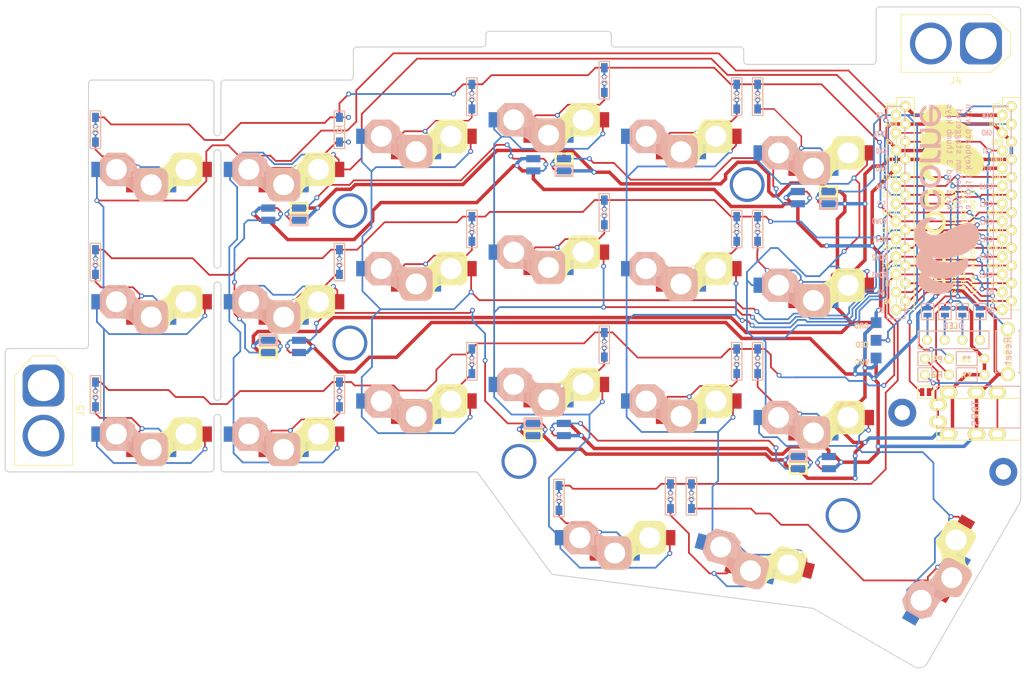
<source format=kicad_pcb>
(kicad_pcb (version 20211014) (generator pcbnew)
  (title_block (title "Corne Chocolate") (date "2018-11-17") (rev "2.1") (company "foostan"))
  (layers (0 "F.Cu" signal) (31 "B.Cu" signal) (34 "B.Paste" user) (35 "F.Paste" user) (36 "B.SilkS" user "B.Silkscreen") (37 "F.SilkS" user "F.Silkscreen") (38 "B.Mask" user) (39 "F.Mask" user) (44 "Edge.Cuts" user))
  (net 0 "")
  (net 1 "row0")
  (net 2 "Net-(D1-Pad2)")
  (net 3 "row1")
  (net 4 "Net-(D2-Pad2)")
  (net 5 "row2")
  (net 6 "Net-(D3-Pad2)")
  (net 7 "row3")
  (net 8 "Net-(D4-Pad2)")
  (net 9 "Net-(D5-Pad2)")
  (net 10 "Net-(D6-Pad2)")
  (net 11 "Net-(D7-Pad2)")
  (net 12 "Net-(D8-Pad2)")
  (net 13 "Net-(D9-Pad2)")
  (net 14 "Net-(D10-Pad2)")
  (net 15 "Net-(D11-Pad2)")
  (net 16 "Net-(D12-Pad2)")
  (net 17 "Net-(D13-Pad2)")
  (net 18 "Net-(D14-Pad2)")
  (net 19 "Net-(D15-Pad2)")
  (net 20 "Net-(D16-Pad2)")
  (net 21 "Net-(D17-Pad2)")
  (net 22 "Net-(D18-Pad2)")
  (net 23 "Net-(D19-Pad2)")
  (net 24 "Net-(D20-Pad2)")
  (net 25 "Net-(D21-Pad2)")
  (net 26 "GND")
  (net 27 "VCC")
  (net 28 "col0")
  (net 29 "col1")
  (net 30 "col2")
  (net 31 "col3")
  (net 32 "col4")
  (net 33 "col5")
  (net 34 "LED")
  (net 35 "data")
  (net 36 "reset")
  (net 37 "SCL")
  (net 38 "SDA")
  (net 39 "unconnected-(L27-Pad1)")
  (net 40 "unconnected-(U1-Pad24)")
  (net 41 "unconnected-(U1-Pad14)")
  (net 42 "unconnected-(U1-Pad13)")
  (net 43 "Net-(J2-Pad1)")
  (net 44 "Net-(J2-Pad2)")
  (net 45 "Net-(J2-Pad3)")
  (net 46 "Net-(J2-Pad4)")
  (net 47 "Net-(J1-PadA)")
  (net 48 "Net-(J1-PadB)")
  (net 49 "unconnected-(U1-Pad12)")
  (net 50 "Net-(L22-Pad3)")
  (net 51 "Net-(L22-Pad1)")
  (net 52 "Net-(L23-Pad3)")
  (net 53 "Net-(L25-Pad1)")
  (net 54 "Net-(L26-Pad1)")
  (net 55 "unconnected-(U1-Pad11)")
  (footprint "kbd:D3_SMD" (layer "F.Cu") (at 62 75.125 -90)
    (fp_text reference "D1" hide)
    (fp_text value "D" hide)
  )
  (footprint "kbd:D3_SMD" (layer "F.Cu") (at 97 75.125 -90)
    (fp_text reference "D2" hide)
    (fp_text value "D" hide)
  )
  (footprint "kbd:D3_SMD" (layer "F.Cu") (at 116 70.375 -90)
    (fp_text reference "D3" hide)
    (fp_text value "D" hide)
  )
  (footprint "kbd:D3_SMD" (layer "F.Cu") (at 135 68 -90)
    (fp_text reference "D4" hide)
    (fp_text value "D" hide)
  )
  (footprint "kbd:D3_SMD" (layer "F.Cu") (at 154 70.375 -90)
    (fp_text reference "D5" hide)
    (fp_text value "D" hide)
  )
  (footprint "kbd:D3_SMD" (layer "F.Cu") (at 157 70.375 -90)
    (fp_text reference "D6" hide)
    (fp_text value "D" hide)
  )
  (footprint "kbd:D3_SMD" (layer "F.Cu") (at 62 94.125 -90)
    (fp_text reference "D7" hide)
    (fp_text value "D" hide)
  )
  (footprint "kbd:D3_SMD" (layer "F.Cu") (at 97 94.125 -90)
    (fp_text reference "D8" hide)
    (fp_text value "D" hide)
  )
  (footprint "kbd:D3_SMD" (layer "F.Cu") (at 116 89.375 -90)
    (fp_text reference "D9" hide)
    (fp_text value "D" hide)
  )
  (footprint "kbd:D3_SMD" (layer "F.Cu") (at 135 87 -90)
    (fp_text reference "D10" hide)
    (fp_text value "D" hide)
  )
  (footprint "kbd:D3_SMD" (layer "F.Cu") (at 154 89.375 -90)
    (fp_text reference "D11" hide)
    (fp_text value "D" hide)
  )
  (footprint "kbd:D3_SMD" (layer "F.Cu") (at 157 89.375 -90)
    (fp_text reference "D12" hide)
    (fp_text value "D" hide)
  )
  (footprint "kbd:D3_SMD" (layer "F.Cu") (at 62 113.125 -90)
    (fp_text reference "D13" hide)
    (fp_text value "D" hide)
  )
  (footprint "kbd:D3_SMD" (layer "F.Cu") (at 97 113.125 -90)
    (fp_text reference "D14" hide)
    (fp_text value "D" hide)
  )
  (footprint "kbd:D3_SMD" (layer "F.Cu") (at 116 108.375 -90)
    (fp_text reference "D15" hide)
    (fp_text value "D" hide)
  )
  (footprint "kbd:D3_SMD" (layer "F.Cu") (at 135 106 -90)
    (fp_text reference "D16" hide)
    (fp_text value "D" hide)
  )
  (footprint "kbd:D3_SMD" (layer "F.Cu") (at 154 108.375 -90)
    (fp_text reference "D17" hide)
    (fp_text value "D" hide)
  )
  (footprint "kbd:D3_SMD" (layer "F.Cu") (at 157 108.375 -90)
    (fp_text reference "D18" hide)
    (fp_text value "D" hide)
  )
  (footprint "kbd:D3_SMD" (layer "F.Cu") (at 128.5 128 -90)
    (fp_text reference "D19" hide)
    (fp_text value "D" hide)
  )
  (footprint "kbd:D3_SMD" (layer "F.Cu") (at 144.5 127.75 -90)
    (fp_text reference "D20" hide)
    (fp_text value "D" hide)
  )
  (footprint "kbd:D3_SMD" (layer "F.Cu") (at 147.5 127.75 -90)
    (fp_text reference "D21" hide)
    (fp_text value "D" hide)
  )
  (footprint "kbd:Choc_Hotswap" (layer "F.Cu") (at 70 77.125 180)
    (fp_text reference "SW1" hide)
    (fp_text value "SW_PUSH" hide)
  )
  (footprint "kbd:Choc_Hotswap" (layer "F.Cu") (at 89 77.125 180)
    (fp_text reference "SW2" hide)
    (fp_text value "SW_PUSH" hide)
  )
  (footprint "kbd:Choc_Hotswap" (layer "F.Cu") (at 108 72.375 180)
    (fp_text reference "SW3" hide)
    (fp_text value "SW_PUSH" hide)
  )
  (footprint "kbd:Choc_Hotswap" (layer "F.Cu") (at 127 70 180)
    (fp_text reference "SW4" hide)
    (fp_text value "SW_PUSH" hide)
  )
  (footprint "kbd:Choc_Hotswap" (layer "F.Cu") (at 146 72.375 180)
    (fp_text reference "SW5" hide)
    (fp_text value "SW_PUSH" hide)
  )
  (footprint "kbd:Choc_Hotswap" (layer "F.Cu") (at 165 74.75 180)
    (fp_text reference "SW6" hide)
    (fp_text value "SW_PUSH" hide)
  )
  (footprint "kbd:Choc_Hotswap" (layer "F.Cu") (at 70 96.125 180)
    (fp_text reference "SW7" hide)
    (fp_text value "SW_PUSH" hide)
  )
  (footprint "kbd:Choc_Hotswap" (layer "F.Cu") (at 89 96.125 180)
    (fp_text reference "SW8" hide)
    (fp_text value "SW_PUSH" hide)
  )
  (footprint "kbd:Choc_Hotswap" (layer "F.Cu") (at 108 91.375 180)
    (fp_text reference "SW9" hide)
    (fp_text value "SW_PUSH" hide)
  )
  (footprint "kbd:Choc_Hotswap" (layer "F.Cu") (at 127 89 180)
    (fp_text reference "SW10" hide)
    (fp_text value "SW_PUSH" hide)
  )
  (footprint "kbd:Choc_Hotswap" (layer "F.Cu") (at 146 91.375 180)
    (fp_text reference "SW11" hide)
    (fp_text value "SW_PUSH" hide)
  )
  (footprint "kbd:Choc_Hotswap" (layer "F.Cu") (at 165 93.75 180)
    (fp_text reference "SW12" hide)
    (fp_text value "SW_PUSH" hide)
  )
  (footprint "kbd:Choc_Hotswap" (layer "F.Cu") (at 70 115.125 180)
    (fp_text reference "SW13" hide)
    (fp_text value "SW_PUSH" hide)
  )
  (footprint "kbd:Choc_Hotswap" (layer "F.Cu") (at 89 115.125 180)
    (fp_text reference "SW14" hide)
    (fp_text value "SW_PUSH" hide)
  )
  (footprint "kbd:Choc_Hotswap" (layer "F.Cu") (at 108 110.375 180)
    (fp_text reference "SW15" hide)
    (fp_text value "SW_PUSH" hide)
  )
  (footprint "kbd:Choc_Hotswap" (layer "F.Cu") (at 127 108 180)
    (fp_text reference "SW16" hide)
    (fp_text value "SW_PUSH" hide)
  )
  (footprint "kbd:Choc_Hotswap" (layer "F.Cu") (at 146 110.375 180)
    (fp_text reference "SW17" hide)
    (fp_text value "SW_PUSH" hide)
  )
  (footprint "kbd:Choc_Hotswap" (layer "F.Cu") (at 165 112.75 180)
    (fp_text reference "SW18" hide)
    (fp_text value "SW_PUSH" hide)
  )
  (footprint "kbd:Choc_Hotswap" (layer "F.Cu") (at 136.5 130 180)
    (fp_text reference "SW19" hide)
    (fp_text value "SW_PUSH" hide)
  )
  (footprint "kbd:Choc_Hotswap" (layer "F.Cu") (at 157.5 132.75 165)
    (fp_text reference "SW20" hide)
    (fp_text value "SW_PUSH" hide)
  )
  (footprint "kbd:Jumper" (layer "F.Cu") (at 188.875 101.25 90)
    (fp_text reference "JP2" hide)
    (fp_text value " ")
  )
  (footprint "kbd:Jumper" (layer "F.Cu") (at 186.375 101.25 90)
    (fp_text reference "JP3" hide)
    (fp_text value " ")
  )
  (footprint "kbd:Jumper" (layer "F.Cu") (at 183.875 101.25 90)
    (fp_text reference "JP4" hide)
    (fp_text value " ")
  )
  (footprint "kbd:Jumper" (layer "F.Cu") (at 181.375 101.25 90)
    (fp_text reference "JP5" hide)
    (fp_text value " ")
  )
  (footprint "kbd:ProMicro_v2" (layer "F.Cu") (at 185.75 86.25)
    (fp_text reference "U1" hide)
    (fp_text value "ProMicro" hide)
  )
  (footprint "kbd:LEGO_HOLE" (layer "F.Cu") (at 177.75 115.75)
    (fp_text reference "")
    (fp_text value "")
  )
  (footprint "kbd:LEGO_HOLE" (layer "F.Cu") (at 192.25 124.25)
    (fp_text reference "")
    (fp_text value "")
  )
  (footprint "kbd:LEGO_HOLE" (layer "F.Cu") (at 98.5 86.75)
    (fp_text reference "")
    (fp_text value "")
  )
  (footprint "kbd:LEGO_HOLE" (layer "F.Cu") (at 98.5 105.75)
    (fp_text reference "")
    (fp_text value "")
  )
  (footprint "kbd:LEGO_HOLE" (layer "F.Cu") (at 155.5 83)
    (fp_text reference "")
    (fp_text value "")
  )
  (footprint "kbd:LEGO_HOLE" (layer "F.Cu") (at 122.75 122.75)
    (fp_text reference "")
    (fp_text value "")
  )
  (footprint "kbd:LEGO_HOLE" (layer "F.Cu") (at 169.25 130.5)
    (fp_text reference "")
    (fp_text value "")
  )
  (footprint "kbd:StripLED_rev" (layer "F.Cu") (at 174 107.9 180)
    (fp_text reference "J3" hide)
    (fp_text value "LED" hide)
  )
  (footprint "kbd:Jumper" (layer "F.Cu") (at 181.1 112.8 180)
    (fp_text reference "JP1" hide)
    (fp_text value " ")
  )
  (footprint "kbd:OLED" (layer "F.Cu") (at 181.3 105.3)
    (fp_text reference "J2")
    (fp_text value "OLED" hide)
  )
  (footprint "kbd:MJ-4PP-9" (layer "F.Cu") (at 194.7 116.7 -90)
    (fp_text reference "J1")
    (fp_text value "MJ-4PP-9" hide)
  )
  (footprint "kbd:ResetSW" (layer "F.Cu") (at 192.9 107 90)
    (fp_text reference "RSW1" hide)
    (fp_text value "SW_PUSH")
  )
  (footprint "kbd:SK6812MINI_underglow_rev" (layer "F.Cu") (at 127.02 80.16)
    (fp_text reference "L23" hide)
    (fp_text value "SK6812MINI" hide)
  )
  (footprint "kbd:SK6812MINI_underglow_rev" (layer "F.Cu") (at 164.97 84.88)
    (fp_text reference "L24" hide)
    (fp_text value "SK6812MINI" hide)
  )
  (footprint "kbd:SK6812MINI_underglow_rev" (layer "F.Cu") (at 126.99 118.17 180)
    (fp_text reference "L26" hide)
    (fp_text value "SK6812MINI" hide)
  )
  (footprint "kbd:SK6812MINI_underglow_rev" (layer "F.Cu") (at 165.01 122.92 180)
    (fp_text reference "L27" hide)
    (fp_text value "SK6812MINI" hide)
  )
  (footprint "kbd:corne" (layer "F.Cu") (at 184.7 85.225 -90)
    (fp_text reference "G***" hide)
    (fp_text value "LOGO" hide)
  )
  (footprint "kbd:Choc_Hotswap_1.5u" (layer "F.Cu") (at 179.75 136.5 -120)
    (fp_text reference "SW21" hide)
    (fp_text value "SW_PUSH" hide)
  )
  (footprint "kbd:R" (layer "F.Cu") (at 187 110.3 180)
    (fp_text reference "R2")
    (fp_text value "R" hide)
  )
  (footprint "kbd:R" (layer "F.Cu") (at 187 108 180)
    (fp_text reference "R1")
    (fp_text value "R" hide)
  )
  (footprint "kbd:1pin_conn" (layer "F.Cu") (at 181 108)
    (fp_text reference "P1")
    (fp_text value "i2c-pin" hide)
  )
  (footprint "kbd:1pin_conn" (layer "F.Cu") (at 181 110.3)
    (fp_text reference "P2")
    (fp_text value "i2c-pin" hide)
  )
  (footprint "kbd:SK6812MINI_underglow_rev" (layer "F.Cu") (at 89 87.25)
    (fp_text reference "L22" hide)
    (fp_text value "SK6812MINI" hide)
  )
  (footprint "kbd:SK6812MINI_underglow_rev" (layer "F.Cu") (at 89 106.24 180)
    (fp_text reference "L25" hide)
    (fp_text value "SK6812MINI" hide)
  )
  (footprint "Connector_AMASS:AMASS_XT60-F_1x02_P7.20mm_Vertical" (layer "F.Cu") (at 54.55 111.85 -90)
    (fp_text reference "J5")
    (fp_text value "Conn_01x02")
  )
  (footprint "Connector_AMASS:AMASS_XT60-F_1x02_P7.20mm_Vertical" (layer "F.Cu") (at 189.05 62.75 180)
    (fp_text reference "J4")
    (fp_text value "Conn_01x02")
  )
  (footprint "kbd:Jumper" (layer "B.Cu") (at 188.875 101.25 90)
    (fp_text reference "JP6" hide)
    (fp_text value " ")
  )
  (footprint "kbd:Jumper" (layer "B.Cu") (at 186.375 101.25 90)
    (fp_text reference "JP7" hide)
    (fp_text value " ")
  )
  (footprint "kbd:Jumper" (layer "B.Cu") (at 183.875 101.25 90)
    (fp_text reference "JP8" hide)
    (fp_text value " ")
  )
  (footprint "kbd:Jumper" (layer "B.Cu") (at 181.375 101.25 90)
    (fp_text reference "JP9" hide)
    (fp_text value " ")
  )
  (footprint "kbd:corne" (layer "B.Cu") (at 184.025 85.05 90)
    (fp_text reference "G***" hide)
    (fp_text value "LOGO" hide)
  )
  (gr_arc (start 78.5 68) (mid 78.853553 68.146447) (end 79 68.5) (layer "Edge.Cuts") (width 0.15))
  (gr_line (start 79 123.75) (end 79 116.5) (layer "Edge.Cuts") (width 0.15))
  (gr_arc (start 79 116.5) (mid 79.146447 116.146447) (end 79.5 116) (layer "Edge.Cuts") (width 0.15))
  (gr_arc (start 174 57.996773) (mid 174.146447 57.64322) (end 174.5 57.496773) (layer "Edge.Cuts") (width 0.15))
  (gr_line (start 80 75.5) (end 80 68.5) (layer "Edge.Cuts") (width 0.15))
  (gr_line (start 194.25 57.496773) (end 174.5 57.496773) (layer "Edge.Cuts") (width 0.15))
  (gr_arc (start 79.5 97) (mid 79.853553 97.146447) (end 80 97.5) (layer "Edge.Cuts") (width 0.15))
  (gr_line (start 98.5 68) (end 80.5 68) (layer "Edge.Cuts") (width 0.15))
  (gr_arc (start 118 62.75) (mid 117.853553 63.103553) (end 117.5 63.25) (layer "Edge.Cuts") (width 0.15))
  (gr_line (start 79 68.5) (end 79 75.5) (layer "Edge.Cuts") (width 0.15))
  (gr_arc (start 79 123.75) (mid 78.853553 124.103553) (end 78.5 124.25) (layer "Edge.Cuts") (width 0.15))
  (gr_arc (start 116.5 124.25) (mid 116.690394 124.28908) (end 116.85 124.4) (layer "Edge.Cuts") (width 0.15))
  (gr_arc (start 155.5 65.75) (mid 155.146447 65.603553) (end 155 65.25) (layer "Edge.Cuts") (width 0.15))
  (gr_arc (start 164.45 143.775) (mid 164.765504 143.82248) (end 165.075 143.9) (layer "Edge.Cuts") (width 0.15))
  (gr_arc (start 174 65.25) (mid 173.853553 65.603553) (end 173.5 65.75) (layer "Edge.Cuts") (width 0.15))
  (gr_line (start 194.75 57.996773) (end 194.75 127.975) (layer "Edge.Cuts") (width 0.15))
  (gr_arc (start 154.5 63.25) (mid 154.853553 63.396447) (end 155 63.75) (layer "Edge.Cuts") (width 0.15))
  (gr_arc (start 79.5 116) (mid 79.853553 116.146447) (end 80 116.5) (layer "Edge.Cuts") (width 0.15))
  (gr_arc (start 194.75 127.975) (mid 194.695812 128.427495) (end 194.525 128.85) (layer "Edge.Cuts") (width 0.15))
  (gr_arc (start 99 67.5) (mid 98.853553 67.853553) (end 98.5 68) (layer "Edge.Cuts") (width 0.15))
  (gr_arc (start 61 68.5) (mid 61.146447 68.146447) (end 61.5 68) (layer "Edge.Cuts") (width 0.15))
  (gr_line (start 79 78.5) (end 79 94.5) (layer "Edge.Cuts") (width 0.15))
  (gr_arc (start 79 97.5) (mid 79.146447 97.146447) (end 79.5 97) (layer "Edge.Cuts") (width 0.15))
  (gr_line (start 78.5 68) (end 61.5 68) (layer "Edge.Cuts") (width 0.15))
  (gr_arc (start 49.55 124.25) (mid 49.19646 124.103546) (end 49.05 123.75) (layer "Edge.Cuts") (width 0.15))
  (gr_arc (start 79.5 76) (mid 79.146447 75.853553) (end 79 75.5) (layer "Edge.Cuts") (width 0.15))
  (gr_line (start 61 68.5) (end 61 106.05) (layer "Edge.Cuts") (width 0.15))
  (gr_arc (start 79.5 95) (mid 79.146447 94.853553) (end 79 94.5) (layer "Edge.Cuts") (width 0.15))
  (gr_arc (start 79.5 78) (mid 79.853553 78.146447) (end 80 78.5) (layer "Edge.Cuts") (width 0.15))
  (gr_line (start 49.05 107.05) (end 49.05 123.75) (layer "Edge.Cuts") (width 0.15))
  (gr_line (start 127.75 139) (end 164.45 143.775) (layer "Edge.Cuts") (width 0.15))
  (gr_line (start 117.5 63.25) (end 99.5 63.25) (layer "Edge.Cuts") (width 0.15))
  (gr_line (start 181.3 151.775) (end 194.525 128.85) (layer "Edge.Cuts") (width 0.15))
  (gr_arc (start 80 94.5) (mid 79.853553 94.853553) (end 79.5 95) (layer "Edge.Cuts") (width 0.15))
  (gr_line (start 80 123.75) (end 80 116.5) (layer "Edge.Cuts") (width 0.15))
  (gr_arc (start 127.75 139) (mid 127.559606 138.96092) (end 127.4 138.85) (layer "Edge.Cuts") (width 0.15))
  (gr_arc (start 181.3 151.775) (mid 180.432223 152.365561) (end 179.4 152.175) (layer "Edge.Cuts") (width 0.15))
  (gr_arc (start 49.05 107.05) (mid 49.196447 106.696447) (end 49.55 106.55) (layer "Edge.Cuts") (width 0.15))
  (gr_line (start 165.075 143.9) (end 179.4 152.175) (layer "Edge.Cuts") (width 0.15))
  (gr_line (start 99 63.75) (end 99 67.5) (layer "Edge.Cuts") (width 0.15))
  (gr_line (start 79 113.5) (end 79 97.5) (layer "Edge.Cuts") (width 0.15))
  (gr_line (start 80 97.5) (end 80 113.5) (layer "Edge.Cuts") (width 0.15))
  (gr_line (start 154.5 63.25) (end 136.5 63.25) (layer "Edge.Cuts") (width 0.15))
  (gr_line (start 118 61.5) (end 118 62.75) (layer "Edge.Cuts") (width 0.15))
  (gr_arc (start 80 113.5) (mid 79.853553 113.853553) (end 79.5 114) (layer "Edge.Cuts") (width 0.15))
  (gr_arc (start 80 68.5) (mid 80.146447 68.146447) (end 80.5 68) (layer "Edge.Cuts") (width 0.15))
  (gr_arc (start 118 61.5) (mid 118.146447 61.146447) (end 118.5 61) (layer "Edge.Cuts") (width 0.15))
  (gr_line (start 49.55 106.55) (end 60.5 106.55) (layer "Edge.Cuts") (width 0.15))
  (gr_line (start 78.5 124.25) (end 49.55 124.25) (layer "Edge.Cuts") (width 0.15))
  (gr_arc (start 79.5 114) (mid 79.146447 113.853553) (end 79 113.5) (layer "Edge.Cuts") (width 0.15))
  (gr_line (start 155 65.25) (end 155 63.75) (layer "Edge.Cuts") (width 0.15))
  (gr_arc (start 99 63.75) (mid 99.146447 63.396447) (end 99.5 63.25) (layer "Edge.Cuts") (width 0.15))
  (gr_arc (start 194.25 57.496773) (mid 194.603553 57.64322) (end 194.75 57.996773) (layer "Edge.Cuts") (width 0.15))
  (gr_line (start 136 62.75) (end 136 61.5) (layer "Edge.Cuts") (width 0.15))
  (gr_line (start 135.5 61) (end 118.5 61) (layer "Edge.Cuts") (width 0.15))
  (gr_arc (start 61 106.05) (mid 60.853553 106.403553) (end 60.5 106.55) (layer "Edge.Cuts") (width 0.15))
  (gr_arc (start 80 75.5) (mid 79.853553 75.853553) (end 79.5 76) (layer "Edge.Cuts") (width 0.15))
  (gr_arc (start 135.5 61) (mid 135.853553 61.146447) (end 136 61.5) (layer "Edge.Cuts") (width 0.15))
  (gr_line (start 173.5 65.75) (end 155.5 65.75) (layer "Edge.Cuts") (width 0.15))
  (gr_line (start 174 57.996773) (end 174 65.25) (layer "Edge.Cuts") (width 0.15))
  (gr_line (start 116.5 124.25) (end 80.5 124.25) (layer "Edge.Cuts") (width 0.15))
  (gr_arc (start 80.5 124.25) (mid 80.146447 124.103553) (end 80 123.75) (layer "Edge.Cuts") (width 0.15))
  (gr_line (start 80 94.5) (end 80 78.5) (layer "Edge.Cuts") (width 0.15))
  (gr_arc (start 79 78.5) (mid 79.146447 78.146447) (end 79.5 78) (layer "Edge.Cuts") (width 0.15))
  (gr_line (start 116.85 124.4) (end 127.4 138.85) (layer "Edge.Cuts") (width 0.15))
  (gr_arc (start 136.5 63.25) (mid 136.146447 63.103553) (end 136 62.75) (layer "Edge.Cuts") (width 0.15))
  (gr_text "LED" (at 172 106) (layer "B.SilkS") (effects (font (size 0.7 0.7) (thickness 0.125)) (justify mirror)))
  (gr_text "OLED" (at 185.1 103.3) (layer "B.SilkS") (effects (font (size 0.8128 0.8128)) (justify mirror)))
  (gr_text "GND" (at 171.9 103.3) (layer "B.SilkS") (effects (font (size 0.7 0.7) (thickness 0.125)) (justify mirror)))
  (gr_text "VCC" (at 172 108.5) (layer "B.SilkS") (effects (font (size 0.7 0.7) (thickness 0.125)) (justify mirror)))
  (gr_text "LED" (at 171.9 106) (layer "F.SilkS") (effects (font (size 0.7 0.7) (thickness 0.125))))
  (gr_text "GND" (at 172 108.5) (layer "F.SilkS") (effects (font (size 0.7 0.7) (thickness 0.125))))
  (gr_text "VCC" (at 171.9 103.3) (layer "F.SilkS") (effects (font (size 0.7 0.7) (thickness 0.125))))
  (segment (start 187.518 88.282) (end 188.788 87.012) (width 0.25) (layer "F.Cu") (net 1))
  (segment (start 188.788 87.012) (end 193.4064 87.012) (width 0.25) (layer "F.Cu") (net 1))
  (segment (start 157 69.9) (end 157 68.6) (width 0.25) (layer "F.Cu") (net 1))
  (segment (start 166.152446 68.6) (end 157 68.6) (width 0.25) (layer "F.Cu") (net 1))
  (segment (start 174.49 76.93) (end 174.482446 76.93) (width 0.25) (layer "F.Cu") (net 1))
  (segment (start 62 74.65) (end 62 73.35) (width 0.25) (layer "F.Cu") (net 1))
  (segment (start 150.765 66.225) (end 153.14 68.6) (width 0.25) (layer "F.Cu") (net 1))
  (segment (start 118.81 67.3) (end 132.66 67.3) (width 0.25) (layer "F.Cu") (net 1))
  (segment (start 154 68.6) (end 157 68.6) (width 0.25) (layer "F.Cu") (net 1))
  (segment (start 117.51 68.6) (end 118.81 67.3) (width 0.25) (layer "F.Cu") (net 1))
  (segment (start 132.66 67.3) (end 133.735 66.225) (width 0.25) (layer "F.Cu") (net 1))
  (segment (start 94.88 74.15) (end 82.86 74.15) (width 0.25) (layer "F.Cu") (net 1))
  (segment (start 135 67.525) (end 135 66.225) (width 0.25) (layer "F.Cu") (net 1))
  (segment (start 174.482446 76.93) (end 166.152446 68.6) (width 0.25) (layer "F.Cu") (net 1))
  (segment (start 133.735 66.225) (end 135 66.225) (width 0.25) (layer "F.Cu") (net 1))
  (segment (start 77.66 76.6) (end 75.43 74.37) (width 0.25) (layer "F.Cu") (net 1))
  (segment (start 116 69.9) (end 116 68.6) (width 0.25) (layer "F.Cu") (net 1))
  (segment (start 80.41 76.6) (end 77.66 76.6) (width 0.25) (layer "F.Cu") (net 1))
  (segment (start 153.14 68.6) (end 154 68.6) (width 0.25) (layer "F.Cu") (net 1))
  (segment (start 113.35 70) (end 114.75 68.6) (width 0.25) (layer "F.Cu") (net 1))
  (segment (start 98.33 70) (end 97 71.33) (width 0.25) (layer "F.Cu") (net 1))
  (segment (start 75.43 74.37) (end 64.25 74.37) (width 0.25) (layer "F.Cu") (net 1))
  (segment (start 64.25 74.37) (end 63.23 73.35) (width 0.25) (layer "F.Cu") (net 1))
  (segment (start 97 71.33) (end 97 73.35) (width 0.25) (layer "F.Cu") (net 1))
  (segment (start 97 73.35) (end 95.68 73.35) (width 0.25) (layer "F.Cu") (net 1))
  (segment (start 63.23 73.35) (end 62 73.35) (width 0.25) (layer "F.Cu") (net 1))
  (segment (start 82.86 74.15) (end 80.41 76.6) (width 0.25) (layer "F.Cu") (net 1))
  (segment (start 95.68 73.35) (end 94.88 74.15) (width 0.25) (layer "F.Cu") (net 1))
  (segment (start 176.86 88.282) (end 174.62 86.042) (width 0.25) (layer "F.Cu") (net 1))
  (segment (start 176.86 88.282) (end 187.518 88.282) (width 0.25) (layer "F.Cu") (net 1))
  (segment (start 114.75 68.6) (end 116 68.6) (width 0.25) (layer "F.Cu") (net 1))
  (segment (start 135 66.225) (end 150.765 66.225) (width 0.25) (layer "F.Cu") (net 1))
  (segment (start 154 69.9) (end 154 68.6) (width 0.25) (layer "F.Cu") (net 1))
  (segment (start 98.3 73.35) (end 97 73.35) (width 0.25) (layer "F.Cu") (net 1))
  (segment (start 116 68.6) (end 117.51 68.6) (width 0.25) (layer "F.Cu") (net 1))
  (via (at 62 74.65) (size 0.7) (drill 0.4) (layers "F.Cu" "B.Cu") (net 1))
  (via (at 98.3 73.35) (size 0.7) (drill 0.4) (layers "F.Cu" "B.Cu") (net 1))
  (via (at 154 69.9) (size 0.7) (drill 0.4) (layers "F.Cu" "B.Cu") (net 1))
  (via (at 98.33 70) (size 0.7) (drill 0.4) (layers "F.Cu" "B.Cu") (net 1))
  (via (at 116 69.9) (size 0.7) (drill 0.4) (layers "F.Cu" "B.Cu") (net 1))
  (via (at 135 67.525) (size 0.7) (drill 0.4) (layers "F.Cu" "B.Cu") (net 1))
  (via (at 113.35 70) (size 0.7) (drill 0.4) (layers "F.Cu" "B.Cu") (net 1))
  (via (at 174.62 86.042) (size 0.7) (drill 0.4) (layers "F.Cu" "B.Cu") (net 1))
  (via (at 174.49 76.93) (size 0.7) (drill 0.4) (layers "F.Cu" "B.Cu") (net 1))
  (via (at 157 69.9) (size 0.7) (drill 0.4) (layers "F.Cu" "B.Cu") (net 1))
  (segment (start 62 73.35) (end 62 74.56) (width 0.25) (layer "B.Cu") (net 1))
  (segment (start 98.21 73.35) (end 98.3 73.35) (width 0.25) (layer "B.Cu") (net 1))
  (segment (start 116 68.6) (end 116 69.81) (width 0.25) (layer "B.Cu") (net 1))
  (segment (start 174.623487 77.063487) (end 174.623487 86.038513) (width 0.25) (layer "B.Cu") (net 1))
  (segment (start 154 68.6) (end 154 69.81) (width 0.25) (layer "B.Cu") (net 1))
  (segment (start 97 73.35) (end 98.21 73.35) (width 0.25) (layer "B.Cu") (net 1))
  (segment (start 62 74.56) (end 62 74.65) (width 0.25) (layer "B.Cu") (net 1))
  (segment (start 157 68.6) (end 157 69.81) (width 0.25) (layer "B.Cu") (net 1))
  (segment (start 157 69.81) (end 157 69.9) (width 0.25) (layer "B.Cu") (net 1))
  (segment (start 135 67.435) (end 135 67.525) (width 0.25) (layer "B.Cu") (net 1))
  (segment (start 174.623487 86.038513) (end 174.62 86.042) (width 0.25) (layer "B.Cu") (net 1))
  (segment (start 116 69.81) (end 116 69.9) (width 0.25) (layer "B.Cu") (net 1))
  (segment (start 113.35 70) (end 98.33 70) (width 0.25) (layer "B.Cu") (net 1))
  (segment (start 135 66.225) (end 135 67.435) (width 0.25) (layer "B.Cu") (net 1))
  (segment (start 174.49 76.93) (end 174.623487 77.063487) (width 0.25) (layer "B.Cu") (net 1))
  (segment (start 154 69.81) (end 154 69.9) (width 0.25) (layer "B.Cu") (net 1))
  (segment (start 62.970479 78.950479) (end 62 77.98) (width 0.25) (layer "F.Cu") (net 2))
  (segment (start 66.570479 78.950479) (end 62.970479 78.950479) (width 0.25) (layer "F.Cu") (net 2))
  (segment (start 67.2 81.4) (end 67.2 83.025) (width 0.25) (layer "F.Cu") (net 2))
  (segment (start 68.11 80.49) (end 66.570479 78.950479) (width 0.25) (layer "F.Cu") (net 2))
  (segment (start 62 76.9) (end 62 75.6) (width 0.25) (layer "F.Cu") (net 2))
  (segment (start 62 77.98) (end 62 76.9) (width 0.25) (layer "F.Cu") (net 2))
  (segment (start 68.11 80.49) (end 67.2 81.4) (width 0.25) (layer "F.Cu") (net 2))
  (via (at 68.11 80.49) (size 0.7) (drill 0.4) (layers "F.Cu" "B.Cu") (net 2))
  (via (at 62 75.6) (size 0.7) (drill 0.4) (layers "F.Cu" "B.Cu") (net 2))
  (segment (start 71.13 80.49) (end 72.8 82.16) (width 0.25) (layer "B.Cu") (net 2))
  (segment (start 68.11 80.49) (end 71.13 80.49) (width 0.25) (layer "B.Cu") (net 2))
  (segment (start 72.8 82.16) (end 72.8 83.025) (width 0.25) (layer "B.Cu") (net 2))
  (segment (start 62 75.6) (end 62 76.9) (width 0.25) (layer "B.Cu") (net 2))
  (segment (start 182.478 90.822) (end 183.748 89.552) (width 0.25) (layer "F.Cu") (net 3))
  (segment (start 183.748 89.552) (end 193.4064 89.552) (width 0.25) (layer "F.Cu") (net 3))
  (segment (start 97 93.65) (end 97 92.35) (width 0.25) (layer "F.Cu") (net 3))
  (segment (start 63.11 92.35) (end 62 92.35) (width 0.25) (layer "F.Cu") (net 3))
  (segment (start 117.9 87.6) (end 116 87.6) (width 0.25) (layer "F.Cu") (net 3))
  (segment (start 135 86.525) (end 135 85.225) (width 0.25) (layer "F.Cu") (net 3))
  (segment (start 131.924521 86.925479) (end 118.574521 86.925479) (width 0.25) (layer "F.Cu") (net 3))
  (segment (start 150.805 85.225) (end 135 85.225) (width 0.25) (layer "F.Cu") (net 3))
  (segment (start 78.32 95.96) (end 75.94 93.58) (width 0.25) (layer "F.Cu") (net 3))
  (segment (start 174.562 90.822) (end 176.86 90.822) (width 0.25) (layer "F.Cu") (net 3))
  (segment (start 118.574521 86.925479) (end 117.9 87.6) (width 0.25) (layer "F.Cu") (net 3))
  (segment (start 99.54 92.35) (end 103.48 88.41) (width 0.25) (layer "F.Cu") (net 3))
  (segment (start 114.69 87.6) (end 116 87.6) (width 0.25) (layer "F.Cu") (net 3))
  (segment (start 83.92 93.58) (end 81.54 95.96) (width 0.25) (layer "F.Cu") (net 3))
  (segment (start 62 93.65) (end 62 92.35) (width 0.25) (layer "F.Cu") (net 3))
  (segment (start 154 88.9) (end 154 87.6) (width 0.25) (layer "F.Cu") (net 3))
  (segment (start 158.87 88.31) (end 158.16 87.6) (width 0.25) (layer "F.Cu") (net 3))
  (segment (start 94.57 93.58) (end 83.92 93.58) (width 0.25) (layer "F.Cu") (net 3))
  (segment (start 153.18 87.6) (end 150.805 85.225) (width 0.25) (layer "F.Cu") (net 3))
  (segment (start 97 92.35) (end 99.54 92.35) (width 0.25) (layer "F.Cu") (net 3))
  (segment (start 97 92.35) (end 95.8 92.35) (width 0.25) (layer "F.Cu") (net 3))
  (segment (start 154 87.6) (end 153.18 87.6) (width 0.25) (layer "F.Cu") (net 3))
  (segment (start 116 88.9) (end 116 87.6) (width 0.25) (layer "F.Cu") (net 3))
  (segment (start 113.88 88.41) (end 114.69 87.6) (width 0.25) (layer "F.Cu") (net 3))
  (segment (start 95.8 92.35) (end 94.57 93.58) (width 0.25) (layer "F.Cu") (net 3))
  (segment (start 135 85.225) (end 133.625 85.225) (width 0.25) (layer "F.Cu") (net 3))
  (segment (start 103.48 88.41) (end 113.88 88.41) (width 0.25) (layer "F.Cu") (net 3))
  (segment (start 176.86 90.822) (end 182.478 90.822) (width 0.25) (layer "F.Cu") (net 3))
  (segment (start 157 87.6) (end 158.16 87.6) (width 0.25) (layer "F.Cu") (net 3))
  (segment (start 75.94 93.58) (end 64.34 93.58) (width 0.25) (layer "F.Cu") (net 3))
  (segment (start 154 87.6) (end 157 87.6) (width 0.25) (layer "F.Cu") (net 3))
  (segment (start 174.34 90.6) (end 174.562 90.822) (width 0.25) (layer "F.Cu") (net 3))
  (segment (start 133.625 85.225) (end 131.924521 86.925479) (width 0.25) (layer "F.Cu") (net 3))
  (segment (start 157 88.9) (end 157 87.6) (width 0.25) (layer "F.Cu") (net 3))
  (segment (start 81.54 95.96) (end 78.32 95.96) (width 0.25) (layer "F.Cu") (net 3))
  (segment (start 64.34 93.58) (end 63.11 92.35) (width 0.25) (layer "F.Cu") (net 3))
  (via (at 116 88.9) (size 0.7) (drill 0.4) (layers "F.Cu" "B.Cu") (net 3))
  (via (at 154 88.9) (size 0.7) (drill 0.4) (layers "F.Cu" "B.Cu") (net 3))
  (via (at 157 88.9) (size 0.7) (drill 0.4) (layers "F.Cu" "B.Cu") (net 3))
  (via (at 135 86.525) (size 0.7) (drill 0.4) (layers "F.Cu" "B.Cu") (net 3))
  (via (at 97 93.65) (size 0.7) (drill 0.4) (layers "F.Cu" "B.Cu") (net 3))
  (via (at 62 93.65) (size 0.7) (drill 0.4) (layers "F.Cu" "B.Cu") (net 3))
  (via (at 174.34 90.6) (size 0.7) (drill 0.4) (layers "F.Cu" "B.Cu") (net 3))
  (via (at 158.87 88.31) (size 0.7) (drill 0.4) (layers "F.Cu" "B.Cu") (net 3))
  (segment (start 154 87.6) (end 154 88.81) (width 0.25) (layer "B.Cu") (net 3))
  (segment (start 163.2 88.31) (end 158.87 88.31) (width 0.25) (layer "B.Cu") (net 3))
  (segment (start 174.33996 90.59996) (end 165.48996 90.59996) (width 0.25) (layer "B.Cu") (net 3))
  (segment (start 97 92.35) (end 97 93.56) (width 0.25) (layer "B.Cu") (net 3))
  (segment (start 97 93.56) (end 97 93.65) (width 0.25) (layer "B.Cu") (net 3))
  (segment (start 135 85.225) (end 135 86.435) (width 0.25) (layer "B.Cu") (net 3))
  (segment (start 174.34 90.6) (end 174.33996 90.59996) (width 0.25) (layer "B.Cu") (net 3))
  (segment (start 62 92.35) (end 62 93.56) (width 0.25) (layer "B.Cu") (net 3))
  (segment (start 62 93.56) (end 62 93.65) (width 0.25) (layer "B.Cu") (net 3))
  (segment (start 116 87.6) (end 116 88.81) (width 0.25) (layer "B.Cu") (net 3))
  (segment (start 165.48996 90.59996) (end 163.2 88.31) (width 0.25) (layer "B.Cu") (net 3))
  (segment (start 116 88.81) (end 116 88.9) (width 0.25) (layer "B.Cu") (net 3))
  (segment (start 154 88.81) (end 154 88.9) (width 0.25) (layer "B.Cu") (net 3))
  (segment (start 157 87.6) (end 157 88.81) (width 0.25) (layer "B.Cu") (net 3))
  (segment (start 135 86.435) (end 135 86.525) (width 0.25) (layer "B.Cu") (net 3))
  (segment (start 157 88.81) (end 157 88.9) (width 0.25) (layer "B.Cu") (net 3))
  (segment (start 90.8 80.61) (end 87.02 80.61) (width 0.25) (layer "F.Cu") (net 4))
  (segment (start 96.57 76.9) (end 94.78 78.69) (width 0.25) (layer "F.Cu") (net 4))
  (segment (start 94.78 78.69) (end 92.72 78.69) (width 0.25) (layer "F.Cu") (net 4))
  (segment (start 92.72 78.69) (end 90.8 80.61) (width 0.25) (layer "F.Cu") (net 4))
  (segment (start 87.02 80.61) (end 86.3 81.33) (width 0.25) (layer "F.Cu") (net 4))
  (segment (start 86.3 81.33) (end 86.3 83.025) (width 0.25) (layer "F.Cu") (net 4))
  (segment (start 97 76.9) (end 96.57 76.9) (width 0.25) (layer "F.Cu") (net 4))
  (segment (start 97 76.9) (end 98.3 76.9) (width 0.25) (layer "F.Cu") (net 4))
  (via (at 98.3 76.9) (size 0.7) (drill 0.4) (layers "F.Cu" "B.Cu") (net 4))
  (via (at 90.8 80.61) (size 0.7) (drill 0.4) (layers "F.Cu" "B.Cu") (net 4))
  (segment (start 98.3 76.9) (end 97 76.9) (width 0.25) (layer "B.Cu") (net 4))
  (segment (start 90.8 80.61) (end 91.69 81.5) (width 0.25) (layer "B.Cu") (net 4))
  (segment (start 91.69 81.5) (end 91.69 83.015) (width 0.25) (layer "B.Cu") (net 4))
  (segment (start 91.69 83.015) (end 91.7 83.025) (width 0.25) (layer "B.Cu") (net 4))
  (segment (start 78.51 114.51) (end 77.5 113.5) (width 0.25) (layer "F.Cu") (net 5))
  (segment (start 115.2 107.4) (end 116 106.6) (width 0.25) (layer "F.Cu") (net 5))
  (segment (start 113.1 107.4) (end 115.2 107.4) (width 0.25) (layer "F.Cu") (net 5))
  (segment (start 136.175 104.225) (end 139.79 107.84) (width 0.25) (layer "F.Cu") (net 5))
  (segment (start 157 107.9) (end 157 106.6) (width 0.25) (layer "F.Cu") (net 5))
  (segment (start 135 105.525) (end 135 104.225) (width 0.25) (layer "F.Cu") (net 5))
  (segment (start 94.7 112.65) (end 82.74 112.65) (width 0.25) (layer "F.Cu") (net 5))
  (segment (start 151.73 107.84) (end 152.97 106.6) (width 0.25) (layer "F.Cu") (net 5))
  (segment (start 97 111.35) (end 96 111.35) (width 0.25) (layer "F.Cu") (net 5))
  (segment (start 158.905479 107.465479) (end 158.04 106.6) (width 0.25) (layer "F.Cu") (net 5))
  (segment (start 176.6 103.3) (end 176.6 110.342914) (width 0.25) (layer "F.Cu") (net 5))
  (segment (start 104.78 111.85) (end 105.5 112.57) (width 0.25) (layer "F.Cu") (net 5))
  (segment (start 62.725 111.35) (end 62 111.35) (width 0.25) (layer "F.Cu") (net 5))
  (segment (start 132.1 105.8) (end 133.675 104.225) (width 0.25) (layer "F.Cu") (net 5))
  (segment (start 158.905479 109.205479) (end 158.905479 107.465479) (width 0.25) (layer "F.Cu") (net 5))
  (segment (start 98.69 111.35) (end 99.19 111.85) (width 0.25) (layer "F.Cu") (net 5))
  (segment (start 152.97 106.6) (end 154 106.6) (width 0.25) (layer "F.Cu") (net 5))
  (segment (start 110.9 109.6) (end 113.1 107.4) (width 0.25) (layer "F.Cu") (net 5))
  (segment (start 63.875 112.5) (end 62.725 111.35) (width 0.25) (layer "F.Cu") (net 5))
  (segment (start 183.208 92.092) (end 193.4064 92.092) (width 0.25) (layer "F.Cu") (net 5))
  (segment (start 175.322988 102.022988) (end 176.6 103.3) (width 0.25) (layer "F.Cu") (net 5))
  (segment (start 154 107.9) (end 154 106.6) (width 0.25) (layer "F.Cu") (net 5))
  (segment (start 158.04 106.6) (end 157 106.6) (width 0.25) (layer "F.Cu") (net 5))
  (segment (start 73.5 113.5) (end 72.5 112.5) (width 0.25) (layer "F.Cu") (net 5))
  (segment (start 139.79 107.84) (end 151.73 107.84) (width 0.25) (layer "F.Cu") (net 5))
  (segment (start 154 106.6) (end 157 106.6) (width 0.25) (layer "F.Cu") (net 5))
  (segment (start 110.9 111.15) (end 110.9 109.6) (width 0.25) (layer "F.Cu") (net 5))
  (segment (start 133.675 104.225) (end 135 104.225) (width 0.25) (layer "F.Cu") (net 5))
  (segment (start 181.938 93.362) (end 183.208 92.092) (width 0.25) (layer "F.Cu") (net 5))
  (segment (start 80.88 114.51) (end 78.51 114.51) (width 0.25) (layer "F.Cu") (net 5))
  (segment (start 160.08 110.38) (end 158.905479 109.205479) (width 0.25) (layer "F.Cu") (net 5))
  (segment (start 116 106.6) (end 116.8 105.8) (width 0.25) (layer "F.Cu") (net 5))
  (segment (start 105.5 112.57) (end 109.48 112.57) (width 0.25) (layer "F.Cu") (net 5))
  (segment (start 82.74 112.65) (end 80.88 114.51) (width 0.25) (layer "F.Cu") (net 5))
  (segment (start 176.6 110.342914) (end 175.101795 111.841119) (width 0.25) (layer "F.Cu") (net 5))
  (segment (start 72.5 112.5) (end 63.875 112.5) (width 0.25) (layer "F.Cu") (net 5))
  (segment (start 62 112.65) (end 62 111.35) (width 0.25) (layer "F.Cu") (net 5))
  (segment (start 176.86 93.362) (end 181.938 93.362) (width 0.25) (layer "F.Cu") (net 5))
  (segment (start 77.5 113.5) (end 73.5 113.5) (width 0.25) (layer "F.Cu") (net 5))
  (segment (start 116 107.9) (end 116 106.6) (width 0.25) (layer "F.Cu") (net 5))
  (segment (start 97 111.35) (end 98.69 111.35) (width 0.25) (layer "F.Cu") (net 5))
  (segment (start 99.19 111.85) (end 104.78 111.85) (width 0.25) (layer "F.Cu") (net 5))
  (segment (start 176.86 93.362) (end 175.322988 94.899012) (width 0.25) (layer "F.Cu") (net 5))
  (segment (start 175.322988 94.899012) (end 175.322988 102.022988) (width 0.25) (layer "F.Cu") (net 5))
  (segment (start 109.48 112.57) (end 110.9 111.15) (width 0.25) (layer "F.Cu") (net 5))
  (segment (start 116.8 105.8) (end 132.1 105.8) (width 0.25) (layer "F.Cu") (net 5))
  (segment (start 96 111.35) (end 94.7 112.65) (width 0.25) (layer "F.Cu") (net 5))
  (segment (start 135 104.225) (end 136.175 104.225) (width 0.25) (layer "F.Cu") (net 5))
  (segment (start 97 112.65) (end 97 111.35) (width 0.25) (layer "F.Cu") (net 5))
  (via (at 157 107.9) (size 0.7) (drill 0.4) (layers "F.Cu" "B.Cu") (net 5))
  (via (at 97 112.65) (size 0.7) (drill 0.4) (layers "F.Cu" "B.Cu") (net 5))
  (via (at 175.101795 111.841119) (size 0.7) (drill 0.4) (layers "F.Cu" "B.Cu") (net 5))
  (via (at 154 107.9) (size 0.7) (drill 0.4) (layers "F.Cu" "B.Cu") (net 5))
  (via (at 160.08 110.38) (size 0.7) (drill 0.4) (layers "F.Cu" "B.Cu") (net 5))
  (via (at 62 112.65) (size 0.7) (drill 0.4) (layers "F.Cu" "B.Cu") (net 5))
  (via (at 135 105.525) (size 0.7) (drill 0.4) (layers "F.Cu" "B.Cu") (net 5))
  (via (at 116 107.9) (size 0.7) (drill 0.4) (layers "F.Cu" "B.Cu") (net 5))
  (segment (start 172.911119 111.841119) (end 175.101795 111.841119) (width 0.25) (layer "B.Cu") (net 5))
  (segment (start 162.53 110.68) (end 162.534521 110.675479) (width 0.25) (layer "B.Cu") (net 5))
  (segment (start 62 111.35) (end 62 112.56) (width 0.25) (layer "B.Cu") (net 5))
  (segment (start 157 106.6) (end 157 107.81) (width 0.25) (layer "B.Cu") (net 5))
  (segment (start 157 107.81) (end 157 107.9) (width 0.25) (layer "B.Cu") (net 5))
  (segment (start 97 112.56) (end 97 112.65) (width 0.25) (layer "B.Cu") (net 5))
  (segment (start 116 106.6) (end 116 107.81) (width 0.25) (layer "B.Cu") (net 5))
  (segment (start 160.08 110.38) (end 160.38 110.68) (width 0.25) (layer "B.Cu") (net 5))
  (segment (start 170.11 111.2) (end 172.27 111.2) (width 0.25) (layer "B.Cu") (net 5))
  (segment (start 160.38 110.68) (end 162.53 110.68) (width 0.25) (layer "B.Cu") (net 5))
  (segment (start 154 107.81) (end 154 107.9) (width 0.25) (layer "B.Cu") (net 5))
  (segment (start 162.534521 110.675479) (end 169.585479 110.675479) (width 0.25) (layer "B.Cu") (net 5))
  (segment (start 116 107.81) (end 116 107.9) (width 0.25) (layer "B.Cu") (net 5))
  (segment (start 169.585479 110.675479) (end 170.11 111.2) (width 0.25) (layer "B.Cu") (net 5))
  (segment (start 154 106.6) (end 154 107.81) (width 0.25) (layer "B.Cu") (net 5))
  (segment (start 97 111.35) (end 97 112.56) (width 0.25) (layer "B.Cu") (net 5))
  (segment (start 135 104.225) (end 135 105.435) (width 0.25) (layer "B.Cu") (net 5))
  (segment (start 172.27 111.2) (end 172.911119 111.841119) (width 0.25) (layer "B.Cu") (net 5))
  (segment (start 135 105.435) (end 135 105.525) (width 0.25) (layer "B.Cu") (net 5))
  (segment (start 62 112.56) (end 62 112.65) (width 0.25) (layer "B.Cu") (net 5))
  (segment (start 116 72.15) (end 116 73.36) (width 0.2) (layer "F.Cu") (net 6))
  (segment (start 116 72.15) (end 116 70.85) (width 0.25) (layer "F.Cu") (net 6))
  (segment (start 110.80641 73.83) (end 109.2864 75.35001) (width 0.2) (layer "F.Cu") (net 6))
  (segment (start 115.53 73.83) (end 110.80641 73.83) (width 0.2) (layer "F.Cu") (net 6))
  (segment (start 109.2864 75.35001) (end 106.31999 75.35001) (width 0.25) (layer "F.Cu") (net 6))
  (segment (start 105.2 76.47) (end 105.2 78.275) (width 0.25) (layer "F.Cu") (net 6))
  (segment (start 106.31999 75.35001) (end 105.2 76.47) (width 0.25) (layer "F.Cu") (net 6))
  (segment (start 116 73.36) (end 115.53 73.83) (width 0.2) (layer "F.Cu") (net 6))
  (via (at 116 70.85) (size 0.7) (drill 0.4) (layers "F.Cu" "B.Cu") (net 6))
  (via (at 109.2864 75.35001) (size 0.7) (drill 0.4) (layers "F.Cu" "B.Cu") (net 6))
  (segment (start 110.7 76.76361) (end 110.7 78.275) (width 0.25) (layer "B.Cu") (net 6))
  (segment (start 109.2864 75.35001) (end 110.7 76.76361) (width 0.25) (layer "B.Cu") (net 6))
  (segment (start 116 70.85) (end 116 72.15) (width 0.25) (layer "B.Cu") (net 6))
  (segment (start 181.398 95.902) (end 182.668 94.632) (width 0.25) (layer "F.Cu") (net 7))
  (segment (start 182.668 94.632) (end 193.4064 94.632) (width 0.25) (layer "F.Cu") (net 7))
  (segment (start 130.504521 126.674521) (end 130.055 126.225) (width 0.25) (layer "F.Cu") (net 7))
  (segment (start 177.1 111.14) (end 175.375011 112.864989) (width 0.25) (layer "F.Cu") (net 7))
  (segment (start 128.5 127.525) (end 128.5 126.225) (width 0.25) (layer "F.Cu") (net 7))
  (segment (start 147.5 127.275) (end 147.5 125.975) (width 0.25) (layer "F.Cu") (net 7))
  (segment (start 176.86 95.902) (end 175.772999 96.989001) (width 0.25) (layer "F.Cu") (net 7))
  (segment (start 175.375011 112.864989) (end 175.375011 123.874989) (width 0.25) (layer "F.Cu") (net 7))
  (segment (start 144.5 125.975) (end 143.165 125.975) (width 0.25) (layer "F.Cu") (net 7))
  (segment (start 175.772999 101.503761) (end 177.1 102.830762) (width 0.25) (layer "F.Cu") (net 7))
  (segment (start 143.165 125.975) (end 142.465479 126.674521) (width 0.25) (layer "F.Cu") (net 7))
  (segment (start 130.055 126.225) (end 128.5 126.225) (width 0.25) (layer "F.Cu") (net 7))
  (segment (start 175.772999 96.989001) (end 175.772999 101.503761) (width 0.25) (layer "F.Cu") (net 7))
  (segment (start 147.5 125.975) (end 144.5 125.975) (width 0.25) (layer "F.Cu") (net 7))
  (segment (start 142.465479 126.674521) (end 130.504521 126.674521) (width 0.25) (layer "F.Cu") (net 7))
  (segment (start 173.275 125.975) (end 147.5 125.975) (width 0.25) (layer "F.Cu") (net 7))
  (segment (start 175.375011 123.874989) (end 173.275 125.975) (width 0.25) (layer "F.Cu") (net 7))
  (segment (start 176.86 95.902) (end 181.398 95.902) (width 0.25) (layer "F.Cu") (net 7))
  (segment (start 177.1 102.830762) (end 177.1 111.14) (width 0.25) (layer "F.Cu") (net 7))
  (segment (start 144.5 127.275) (end 144.5 125.975) (width 0.25) (layer "F.Cu") (net 7))
  (via (at 147.5 127.275) (size 0.7) (drill 0.4) (layers "F.Cu" "B.Cu") (net 7))
  (via (at 144.5 127.275) (size 0.7) (drill 0.4) (layers "F.Cu" "B.Cu") (net 7))
  (via (at 128.5 127.525) (size 0.7) (drill 0.4) (layers "F.Cu" "B.Cu") (net 7))
  (segment (start 128.5 126.225) (end 128.5 127.435) (width 0.25) (layer "B.Cu") (net 7))
  (segment (start 128.5 127.435) (end 128.5 127.525) (width 0.25) (layer "B.Cu") (net 7))
  (segment (start 147.5 125.975) (end 147.5 127.185) (width 0.25) (layer "B.Cu") (net 7))
  (segment (start 144.5 125.975) (end 144.5 127.185) (width 0.25) (layer "B.Cu") (net 7))
  (segment (start 144.5 127.185) (end 144.5 127.275) (width 0.25) (layer "B.Cu") (net 7))
  (segment (start 147.5 127.185) (end 147.5 127.275) (width 0.25) (layer "B.Cu") (net 7))
  (segment (start 134.33 71.54) (end 135 70.87) (width 0.25) (layer "F.Cu") (net 8))
  (segment (start 129.78 71.54) (end 134.33 71.54) (width 0.25) (layer "F.Cu") (net 8))
  (segment (start 135 69.775) (end 135 68.475) (width 0.25) (layer "F.Cu") (net 8))
  (segment (start 124.2 74.02) (end 124.2 75.9) (width 0.25) (layer "F.Cu") (net 8))
  (segment (start 135 70.87) (end 135 69.775) (width 0.25) (layer "F.Cu") (net 8))
  (segment (start 128.27 73.05) (end 129.78 71.54) (width 0.25) (layer "F.Cu") (net 8))
  (segment (start 128.27 73.05) (end 125.17 73.05) (width 0.25) (layer "F.Cu") (net 8))
  (segment (start 125.17 73.05) (end 124.2 74.02) (width 0.25) (layer "F.Cu") (net 8))
  (via (at 135 68.475) (size 0.7) (drill 0.4) (layers "F.Cu" "B.Cu") (net 8))
  (via (at 128.27 73.05) (size 0.7) (drill 0.4) (layers "F.Cu" "B.Cu") (net 8))
  (segment (start 129.7 74.48) (end 129.7 75.9) (width 0.25) (layer "B.Cu") (net 8))
  (segment (start 128.27 73.05) (end 129.7 74.48) (width 0.25) (layer "B.Cu") (net 8))
  (segment (start 135 68.475) (end 135 69.775) (width 0.25) (layer "B.Cu") (net 8))
  (segment (start 154 72.15) (end 154 70.85) (width 0.25) (layer "F.Cu") (net 9))
  (segment (start 148.29 75.56) (end 144.45 75.56) (width 0.25) (layer "F.Cu") (net 9))
  (segment (start 153.22 73.95) (end 154 73.17) (width 0.25) (layer "F.Cu") (net 9))
  (segment (start 149.9 73.95) (end 153.22 73.95) (width 0.25) (layer "F.Cu") (net 9))
  (segment (start 148.29 75.56) (end 149.9 73.95) (width 0.25) (layer "F.Cu") (net 9))
  (segment (start 143.2 76.81) (end 143.2 78.275) (width 0.25) (layer "F.Cu") (net 9))
  (segment (start 154 73.17) (end 154 72.15) (width 0.25) (layer "F.Cu") (net 9))
  (segment (start 144.45 75.56) (end 143.2 76.81) (width 0.25) (layer "F.Cu") (net 9))
  (via (at 148.29 75.56) (size 0.7) (drill 0.4) (layers "F.Cu" "B.Cu") (net 9))
  (via (at 154 70.85) (size 0.7) (drill 0.4) (layers "F.Cu" "B.Cu") (net 9))
  (segment (start 148.29 75.56) (end 148.8 76.07) (width 0.25) (layer "B.Cu") (net 9))
  (segment (start 148.8 76.07) (end 148.8 78.275) (width 0.25) (layer "B.Cu") (net 9))
  (segment (start 154 70.85) (end 154 72.15) (width 0.25) (layer "B.Cu") (net 9))
  (segment (start 163.27 77.78) (end 163.27 76.07) (width 0.2) (layer "F.Cu") (net 10))
  (segment (start 159.35 72.15) (end 157 72.15) (width 0.2) (layer "F.Cu") (net 10))
  (segment (start 162.2 78.85) (end 163.27 77.78) (width 0.2) (layer "F.Cu") (net 10))
  (segment (start 163.27 76.07) (end 159.35 72.15) (width 0.2) (layer "F.Cu") (net 10))
  (segment (start 157 72.15) (end 157 70.85) (width 0.25) (layer "F.Cu") (net 10))
  (segment (start 162.2 80.65) (end 162.2 78.85) (width 0.2) (layer "F.Cu") (net 10))
  (via (at 163.27 77.78) (size 0.7) (drill 0.4) (layers "F.Cu" "B.Cu") (net 10))
  (via (at 157 70.85) (size 0.7) (drill 0.4) (layers "F.Cu" "B.Cu") (net 10))
  (segment (start 167.7 79.51) (end 167.7 80.65) (width 0.25) (layer "B.Cu") (net 10))
  (segment (start 163.27 77.78) (end 165.97 77.78) (width 0.25) (layer "B.Cu") (net 10))
  (segment (start 165.97 77.78) (end 167.7 79.51) (width 0.25) (layer "B.Cu") (net 10))
  (segment (start 157 70.85) (end 157 72.15) (width 0.25) (layer "B.Cu") (net 10))
  (segment (start 62.79 97.75) (end 62 96.96) (width 0.25) (layer "F.Cu") (net 11))
  (segment (start 68.320001 99.299997) (end 68.62 98.999998) (width 0.25) (layer "F.Cu") (net 11))
  (segment (start 68.62 98.999998) (end 67.370002 97.75) (width 0.25) (layer "F.Cu") (net 11))
  (segment (start 67.3 102.025) (end 67.3 100.319998) (width 0.25) (layer "F.Cu") (net 11))
  (segment (start 62 96.96) (end 62 95.9) (width 0.25) (layer "F.Cu") (net 11))
  (segment (start 62 95.9) (end 62 94.6) (width 0.25) (layer "F.Cu") (net 11))
  (segment (start 67.3 100.319998) (end 68.320001 99.299997) (width 0.25) (layer "F.Cu") (net 11))
  (segment (start 67.370002 97.75) (end 62.79 97.75) (width 0.25) (layer "F.Cu") (net 11))
  (via (at 68.62 98.999998) (size 0.7) (drill 0.4) (layers "F.Cu" "B.Cu") (net 11))
  (via (at 62 94.6) (size 0.7) (drill 0.4) (layers "F.Cu" "B.Cu") (net 11))
  (segment (start 72.7 101.475) (end 70.224998 98.999998) (width 0.25) (layer "B.Cu") (net 11))
  (segment (start 62 94.6) (end 62 95.9) (width 0.25) (layer "B.Cu") (net 11))
  (segment (start 72.7 102.025) (end 72.7 101.475) (width 0.25) (layer "B.Cu") (net 11))
  (segment (start 70.224998 98.999998) (end 69.044264 98.999998) (width 0.25) (layer "B.Cu") (net 11))
  (segment (start 69.044264 98.999998) (end 68.62 98.999998) (width 0.25) (layer "B.Cu") (net 11))
  (segment (start 90.47 99.75) (end 88.025 99.75) (width 0.25) (layer "F.Cu") (net 12))
  (segment (start 92.59 97.63) (end 90.47 99.75) (width 0.25) (layer "F.Cu") (net 12))
  (segment (start 97 95.9) (end 97 94.6) (width 0.25) (layer "F.Cu") (net 12))
  (segment (start 88.025 99.75) (end 86.3 101.475) (width 0.25) (layer "F.Cu") (net 12))
  (segment (start 94.83 97.63) (end 92.59 97.63) (width 0.25) (layer "F.Cu") (net 12))
  (segment (start 86.3 101.475) (end 86.3 102.025) (width 0.25) (layer "F.Cu") (net 12))
  (segment (start 96.56 95.9) (end 94.83 97.63) (width 0.25) (layer "F.Cu") (net 12))
  (segment (start 97 95.9) (end 96.56 95.9) (width 0.25) (layer "F.Cu") (net 12))
  (via (at 90.47 99.75) (size 0.7) (drill 0.4) (layers "F.Cu" "B.Cu") (net 12))
  (via (at 97 94.6) (size 0.7) (drill 0.4) (layers "F.Cu" "B.Cu") (net 12))
  (segment (start 97 94.6) (end 97 95.9) (width 0.25) (layer "B.Cu") (net 12))
  (segment (start 90.47 99.75) (end 91.72 101) (width 0.25) (layer "B.Cu") (net 12))
  (segment (start 91.72 101) (end 91.72 102.005) (width 0.25) (layer "B.Cu") (net 12))
  (segment (start 105.2 97.275) (end 105.2 95.66) (width 0.25) (layer "F.Cu") (net 13))
  (segment (start 110.579521 93.200479) (end 115.199521 93.200479) (width 0.25) (layer "F.Cu") (net 13))
  (segment (start 116 91.15) (end 116 89.85) (width 0.25) (layer "F.Cu") (net 13))
  (segment (start 106.44 94.42) (end 109.36 94.42) (width 0.25) (layer "F.Cu") (net 13))
  (segment (start 109.36 94.42) (end 110.579521 93.200479) (width 0.25) (layer "F.Cu") (net 13))
  (segment (start 105.2 95.66) (end 106.44 94.42) (width 0.25) (layer "F.Cu") (net 13))
  (segment (start 115.199521 93.200479) (end 116 92.4) (width 0.25) (layer "F.Cu") (net 13))
  (segment (start 116 92.4) (end 116 91.15) (width 0.25) (layer "F.Cu") (net 13))
  (via (at 109.36 94.42) (size 0.7) (drill 0.4) (layers "F.Cu" "B.Cu") (net 13))
  (via (at 116 89.85) (size 0.7) (drill 0.4) (layers "F.Cu" "B.Cu") (net 13))
  (segment (start 110.8 95.86) (end 110.8 97.275) (width 0.25) (layer "B.Cu") (net 13))
  (segment (start 116 89.85) (end 116 91.15) (width 0.25) (layer "B.Cu") (net 13))
  (segment (start 109.36 94.42) (end 110.8 95.86) (width 0.25) (layer "B.Cu") (net 13))
  (segment (start 134.185001 90.824999) (end 135 90.01) (width 0.25) (layer "F.Cu") (net 14))
  (segment (start 128.22641 92.01) (end 125.11 92.01) (width 0.25) (layer "F.Cu") (net 14))
  (segment (start 135 88.775) (end 135 87.475) (width 0.25) (layer "F.Cu") (net 14))
  (segment (start 125.11 92.01) (end 124.2 92.92) (width 0.25) (layer "F.Cu") (net 14))
  (segment (start 124.2 92.92) (end 124.2 94.9) (width 0.25) (layer "F.Cu") (net 14))
  (segment (start 135 90.01) (end 135 88.775) (width 0.25) (layer "F.Cu") (net 14))
  (segment (start 129.411411 90.824999) (end 134.185001 90.824999) (width 0.25) (layer "F.Cu") (net 14))
  (segment (start 128.22641 92.01) (end 129.411411 90.824999) (width 0.25) (layer "F.Cu") (net 14))
  (via (at 135 87.475) (size 0.7) (drill 0.4) (layers "F.Cu" "B.Cu") (net 14))
  (via (at 128.22641 92.01) (size 0.7) (drill 0.4) (layers "F.Cu" "B.Cu") (net 14))
  (segment (start 128.22641 92.01) (end 129.7 93.48359) (width 0.25) (layer "B.Cu") (net 14))
  (segment (start 129.7 93.48359) (end 129.7 94.9) (width 0.25) (layer "B.Cu") (net 14))
  (segment (start 135 87.475) (end 135 88.775) (width 0.25) (layer "B.Cu") (net 14))
  (segment (start 154 92.12) (end 153.21 92.91) (width 0.25) (layer "F.Cu") (net 15))
  (segment (start 153.21 92.91) (end 149.84282 92.91) (width 0.25) (layer "F.Cu") (net 15))
  (segment (start 154 91.15) (end 154 92.12) (width 0.25) (layer "F.Cu") (net 15))
  (segment (start 149.84282 92.91) (end 147.80141 94.95141) (width 0.25) (layer "F.Cu") (net 15))
  (segment (start 154 91.15) (end 154 89.85) (width 0.25) (layer "F.Cu") (net 15))
  (segment (start 147.80141 94.95141) (end 144.14859 94.95141) (width 0.25) (layer "F.Cu") (net 15))
  (segment (start 143.2 95.9) (end 143.2 97.275) (width 0.25) (layer "F.Cu") (net 15))
  (segment (start 144.14859 94.95141) (end 143.2 95.9) (width 0.25) (layer "F.Cu") (net 15))
  (via (at 154 89.85) (size 0.7) (drill 0.4) (layers "F.Cu" "B.Cu") (net 15))
  (via (at 147.80141 94.95141) (size 0.7) (drill 0.4) (layers "F.Cu" "B.Cu") (net 15))
  (segment (start 154 89.85) (end 154 91.15) (width 0.25) (layer "B.Cu") (net 15))
  (segment (start 147.80141 94.95141) (end 148.7 95.85) (width 0.25) (layer "B.Cu") (net 15))
  (segment (start 148.7 95.85) (end 148.7 97.275) (width 0.25) (layer "B.Cu") (net 15))
  (segment (start 156.95 92.58) (end 157 92.53) (width 0.25) (layer "F.Cu") (net 16))
  (segment (start 157 92.53) (end 157 91.15) (width 0.25) (layer "F.Cu") (net 16))
  (segment (start 163.19 96.98) (end 162.3 97.87) (width 0.25) (layer "F.Cu") (net 16))
  (segment (start 157 91.15) (end 157 89.85) (width 0.25) (layer "F.Cu") (net 16))
  (segment (start 156.95 93.89) (end 158.37 95.31) (width 0.25) (layer "F.Cu") (net 16))
  (segment (start 156.95 92.58) (end 156.95 93.89) (width 0.25) (layer "F.Cu") (net 16))
  (segment (start 162.3 97.87) (end 162.3 99.65) (width 0.25) (layer "F.Cu") (net 16))
  (via (at 163.19 96.98) (size 0.7) (drill 0.4) (layers "F.Cu" "B.Cu") (net 16))
  (via (at 158.37 95.31) (size 0.7) (drill 0.4) (layers "F.Cu" "B.Cu") (net 16))
  (via (at 157 89.85) (size 0.7) (drill 0.4) (layers "F.Cu" "B.Cu") (net 16))
  (segment (start 167.7 97.69002) (end 167.7 99.65) (width 0.25) (layer "B.Cu") (net 16))
  (segment (start 162.39 95.31) (end 158.37 95.31) (width 0.25) (layer "B.Cu") (net 16))
  (segment (start 163.19 96.98) (end 166.98998 96.98) (width 0.25) (layer "B.Cu") (net 16))
  (segment (start 163.19 96.98) (end 163.19 96.11) (width 0.25) (layer "B.Cu") (net 16))
  (segment (start 157 89.85) (end 157 91.15) (width 0.25) (layer "B.Cu") (net 16))
  (segment (start 166.98998 96.98) (end 167.7 97.69002) (width 0.25) (layer "B.Cu") (net 16))
  (segment (start 163.19 96.11) (end 162.39 95.31) (width 0.25) (layer "B.Cu") (net 16))
  (segment (start 67.16 116.51) (end 62.66 116.51) (width 0.25) (layer "F.Cu") (net 17))
  (segment (start 68.69 118.04) (end 67.16 116.51) (width 0.25) (layer "F.Cu") (net 17))
  (segment (start 67.3 119.43) (end 68.69 118.04) (width 0.25) (layer "F.Cu") (net 17))
  (segment (start 62.66 116.51) (end 62 115.85) (width 0.25) (layer "F.Cu") (net 17))
  (segment (start 62 114.9) (end 62 113.6) (width 0.25) (layer "F.Cu") (net 17))
  (segment (start 62 115.85) (end 62 114.9) (width 0.25) (layer "F.Cu") (net 17))
  (segment (start 67.3 121.025) (end 67.3 119.43) (width 0.25) (layer "F.Cu") (net 17))
  (via (at 62 113.6) (size 0.7) (drill 0.4) (layers "F.Cu" "B.Cu") (net 17))
  (via (at 68.69 118.04) (size 0.7) (drill 0.4) (layers "F.Cu" "B.Cu") (net 17))
  (segment (start 68.69 118.04) (end 71.02 118.04) (width 0.25) (layer "B.Cu") (net 17))
  (segment (start 71.02 118.04) (end 72.7 119.72) (width 0.25) (layer "B.Cu") (net 17))
  (segment (start 62 113.6) (end 62 114.9) (width 0.25) (layer "B.Cu") (net 17))
  (segment (start 72.7 119.72) (end 72.7 121.025) (width 0.25) (layer "B.Cu") (net 17))
  (segment (start 97 115.8) (end 96.08 116.72) (width 0.25) (layer "F.Cu") (net 18))
  (segment (start 97 114.9) (end 97 113.6) (width 0.25) (layer "F.Cu") (net 18))
  (segment (start 97 114.9) (end 97 115.8) (width 0.25) (layer "F.Cu") (net 18))
  (segment (start 87.327661 118.322339) (end 86.3 119.35) (width 0.25) (layer "F.Cu") (net 18))
  (segment (start 86.3 119.35) (end 86.3 121.025) (width 0.25) (layer "F.Cu") (net 18))
  (segment (start 91.559963 116.72) (end 89.957624 118.322339) (width 0.25) (layer "F.Cu") (net 18))
  (segment (start 96.08 116.72) (end 91.559963 116.72) (width 0.25) (layer "F.Cu") (net 18))
  (segment (start 89.957624 118.322339) (end 87.327661 118.322339) (width 0.25) (layer "F.Cu") (net 18))
  (via (at 97 113.6) (size 0.7) (drill 0.4) (layers "F.Cu" "B.Cu") (net 18))
  (via (at 89.957624 118.322339) (size 0.7) (drill 0.4) (layers "F.Cu" "B.Cu") (net 18))
  (segment (start 89.957624 118.322339) (end 91.7 120.064715) (width 0.25) (layer "B.Cu") (net 18))
  (segment (start 91.7 120.064715) (end 91.7 121.025) (width 0.25) (layer "B.Cu") (net 18))
  (segment (start 97 113.6) (end 97 114.9) (width 0.25) (layer "B.Cu") (net 18))
  (segment (start 111.879521 112.200479) (end 113.949521 112.200479) (width 0.25) (layer "F.Cu") (net 19))
  (segment (start 105.2 114.92) (end 105.2 116.275) (width 0.25) (layer "F.Cu") (net 19))
  (segment (start 110.12 113.96) (end 106.16 113.96) (width 0.25) (layer "F.Cu") (net 19))
  (segment (start 110.12 113.96) (end 111.879521 112.200479) (width 0.25) (layer "F.Cu") (net 19))
  (segment (start 106.16 113.96) (end 105.2 114.92) (width 0.25) (layer "F.Cu") (net 19))
  (segment (start 116 110.15) (end 116 108.85) (width 0.25) (layer "F.Cu") (net 19))
  (segment (start 113.949521 112.200479) (end 116 110.15) (width 0.25) (layer "F.Cu") (net 19))
  (via (at 110.12 113.96) (size 0.7) (drill 0.4) (layers "F.Cu" "B.Cu") (net 19))
  (via (at 116 108.85) (size 0.7) (drill 0.4) (layers "F.Cu" "B.Cu") (net 19))
  (segment (start 110.12 113.96) (end 110.8 114.64) (width 0.25) (layer "B.Cu") (net 19))
  (segment (start 110.8 114.64) (end 110.8 116.275) (width 0.25) (layer "B.Cu") (net 19))
  (segment (start 116 108.85) (end 116 110.15) (width 0.25) (layer "B.Cu") (net 19))
  (segment (start 128.92 111.91) (end 131.005001 109.824999) (width 0.25) (layer "F.Cu") (net 20))
  (segment (start 124.2 112.59) (end 124.2 113.9) (width 0.25) (layer "F.Cu") (net 20))
  (segment (start 135 107.775) (end 135 106.475) (width 0.25) (layer "F.Cu") (net 20))
  (segment (start 135 108.91) (end 135 107.775) (width 0.25) (layer "F.Cu") (net 20))
  (segment (start 131.005001 109.824999) (end 134.085001 109.824999) (width 0.25) (layer "F.Cu") (net 20))
  (segment (start 134.085001 109.824999) (end 135 108.91) (width 0.25) (layer "F.Cu") (net 20))
  (segment (start 124.88 111.91) (end 124.2 112.59) (width 0.25) (layer "F.Cu") (net 20))
  (segment (start 128.92 111.91) (end 124.88 111.91) (width 0.25) (layer "F.Cu") (net 20))
  (via (at 128.92 111.91) (size 0.7) (drill 0.4) (layers "F.Cu" "B.Cu") (net 20))
  (via (at 135 106.475) (size 0.7) (drill 0.4) (layers "F.Cu" "B.Cu") (net 20))
  (segment (start 129.7 112.69) (end 129.7 113.9) (width 0.25) (layer "B.Cu") (net 20))
  (segment (start 128.92 111.91) (end 129.7 112.69) (width 0.25) (layer "B.Cu") (net 20))
  (segment (start 135 106.475) (end 135 107.775) (width 0.25) (layer "B.Cu") (net 20))
  (segment (start 153.33 111.94) (end 154 111.27) (width 0.25) (layer "F.Cu") (net 21))
  (segment (start 154 111.27) (end 154 110.15) (width 0.25) (layer "F.Cu") (net 21))
  (segment (start 144.12 113.47) (end 143.2 114.39) (width 0.25) (layer "F.Cu") (net 21))
  (segment (start 143.2 114.39) (end 143.2 116.275) (width 0.25) (layer "F.Cu") (net 21))
  (segment (start 147.16641 113.47) (end 144.12 113.47) (width 0.25) (layer "F.Cu") (net 21))
  (segment (start 147.18 113.47) (end 148.71 111.94) (width 0.25) (layer "F.Cu") (net 21))
  (segment (start 148.71 111.94) (end 153.33 111.94) (width 0.25) (layer "F.Cu") (net 21))
  (segment (start 154 110.15) (end 154 108.85) (width 0.25) (layer "F.Cu") (net 21))
  (via (at 147.18 113.47) (size 0.7) (drill 0.4) (layers "F.Cu" "B.Cu") (net 21))
  (via (at 154 108.85) (size 0.7) (drill 0.4) (layers "F.Cu" "B.Cu") (net 21))
  (segment (start 148.8 115.09) (end 148.8 116.275) (width 0.25) (layer "B.Cu") (net 21))
  (segment (start 147.18 113.47) (end 148.8 115.09) (width 0.25) (layer "B.Cu") (net 21))
  (segment (start 154 108.85) (end 154 110.15) (width 0.25) (layer "B.Cu") (net 21))
  (segment (start 157 112.052446) (end 157 110.15) (width 0.25) (layer "F.Cu") (net 22))
  (segment (start 162.2 116.76) (end 162.2 118.65) (width 0.25) (layer "F.Cu") (net 22))
  (segment (start 163.04 115.92) (end 161.695479 114.575479) (width 0.25) (layer "F.Cu") (net 22))
  (segment (start 159.523033 114.575479) (end 157 112.052446) (width 0.25) (layer "F.Cu") (net 22))
  (segment (start 161.695479 114.575479) (end 159.523033 114.575479) (width 0.25) (layer "F.Cu") (net 22))
  (segment (start 163.04 115.92) (end 162.2 116.76) (width 0.25) (layer "F.Cu") (net 22))
  (segment (start 157 110.15) (end 157 108.85) (width 0.25) (layer "F.Cu") (net 22))
  (via (at 157 108.85) (size 0.7) (drill 0.4) (layers "F.Cu" "B.Cu") (net 22))
  (via (at 163.04 115.92) (size 0.7) (drill 0.4) (layers "F.Cu" "B.Cu") (net 22))
  (segment (start 157 108.85) (end 157 110.15) (width 0.25) (layer "B.Cu") (net 22))
  (segment (start 165.52 115.92) (end 167.7 118.1) (width 0.25) (layer "B.Cu") (net 22))
  (segment (start 167.7 118.1) (end 167.7 118.65) (width 0.25) (layer "B.Cu") (net 22))
  (segment (start 163.04 115.92) (end 165.52 115.92) (width 0.25) (layer "B.Cu") (net 22))
  (segment (start 128.5 130.61) (end 128.5 129.775) (width 0.25) (layer "F.Cu") (net 23))
  (segment (start 129.51 131.62) (end 128.5 130.61) (width 0.25) (layer "F.Cu") (net 23))
  (segment (start 133.01 131.62) (end 129.51 131.62) (width 0.25) (layer "F.Cu") (net 23))
  (segment (start 133.7 133.53) (end 133.7 135.8) (width 0.25) (layer "F.Cu") (net 23))
  (segment (start 134.31 132.92) (end 133.7 133.53) (width 0.25) (layer "F.Cu") (net 23))
  (segment (start 128.5 129.775) (end 128.5 128.475) (width 0.25) (layer "F.Cu") (net 23))
  (segment (start 134.31 132.92) (end 133.01 131.62) (width 0.25) (layer "F.Cu") (net 23))
  (via (at 134.31 132.92) (size 0.7) (drill 0.4) (layers "F.Cu" "B.Cu") (net 23))
  (via (at 128.5 128.475) (size 0.7) (drill 0.4) (layers "F.Cu" "B.Cu") (net 23))
  (segment (start 128.5 128.475) (end 128.5 129.775) (width 0.25) (layer "B.Cu") (net 23))
  (segment (start 136.77 132.92) (end 134.734264 132.92) (width 0.25) (layer "B.Cu") (net 23))
  (segment (start 134.734264 132.92) (end 134.31 132.92) (width 0.25) (layer "B.Cu") (net 23))
  (segment (start 139.2 135.35) (end 136.77 132.92) (width 0.25) (layer "B.Cu") (net 23))
  (segment (start 139.2 135.9) (end 139.2 135.35) (width 0.25) (layer "B.Cu") (net 23))
  (segment (start 150.1 138.83) (end 147.14 135.87) (width 0.25) (layer "F.Cu") (net 24))
  (segment (start 150.75 138.83) (end 150.1 138.83) (width 0.25) (layer "F.Cu") (net 24))
  (segment (start 147.14 135.87) (end 147.14 133.12) (width 0.25) (layer "F.Cu") (net 24))
  (segment (start 147.14 133.12) (end 144.5 130.48) (width 0.25) (layer "F.Cu") (net 24))
  (segment (start 144.5 130.48) (end 144.5 129.525) (width 0.25) (layer "F.Cu") (net 24))
  (segment (start 152.56 138.83) (end 153.268375 138.121625) (width 0.25) (layer "F.Cu") (net 24))
  (segment (start 153.268375 138.121625) (end 153.268375 137.724269) (width 0.25) (layer "F.Cu") (net 24))
  (segment (start 150.75 138.83) (end 152.56 138.83) (width 0.25) (layer "F.Cu") (net 24))
  (segment (start 144.5 129.525) (end 144.5 128.225) (width 0.25) (layer "F.Cu") (net 24))
  (via (at 144.5 128.225) (size 0.7) (drill 0.4) (layers "F.Cu" "B.Cu") (net 24))
  (via (at 150.75 138.83) (size 0.7) (drill 0.4) (layers "F.Cu" "B.Cu") (net 24))
  (segment (start 144.5 128.225) (end 144.5 129.525) (width 0.25) (layer "B.Cu") (net 24))
  (segment (start 152.6 140.68) (end 157.171216 140.68) (width 0.25) (layer "B.Cu") (net 24))
  (segment (start 150.75 138.83) (end 152.6 140.68) (width 0.25) (layer "B.Cu") (net 24))
  (segment (start 157.171216 140.68) (end 158.67756 139.173656) (width 0.25) (layer "B.Cu") (net 24))
  (segment (start 147.5 129.525) (end 147.5 128.225) (width 0.25) (layer "F.Cu") (net 25))
  (segment (start 158.650143 130.23) (end 158.785949 130.265949) (width 0.25) (layer "F.Cu") (net 25))
  (segment (start 158.785949 130.265949) (end 160.37 131.85) (width 0.25) (layer "F.Cu") (net 25))
  (segment (start 181.424679 139.84) (end 181.424679 139.325321) (width 0.25) (layer "F.Cu") (net 25))
  (segment (start 172.22 139.84) (end 181.424679 139.84) (width 0.25) (layer "F.Cu") (net 25))
  (segment (start 181.424679 139.325321) (end 182.82 137.93) (width 0.25) (layer "F.Cu") (net 25))
  (segment (start 181.424679 139.84) (end 183.45955 141.874871) (width 0.25) (layer "F.Cu") (net 25))
  (segment (start 160.37 131.85) (end 164.23 131.85) (width 0.25) (layer "F.Cu") (net 25))
  (segment (start 156.74 130.23) (end 158.650143 130.23) (width 0.25) (layer "F.Cu") (net 25))
  (segment (start 156.035 129.525) (end 156.74 130.23) (width 0.25) (layer "F.Cu") (net 25))
  (segment (start 147.5 129.525) (end 156.035 129.525) (width 0.25) (layer "F.Cu") (net 25))
  (segment (start 164.23 131.85) (end 172.22 139.84) (width 0.25) (layer "F.Cu") (net 25))
  (via (at 147.5 128.225) (size 0.7) (drill 0.4) (layers "F.Cu" "B.Cu") (net 25))
  (via (at 182.82 137.93) (size 0.7) (drill 0.4) (layers "F.Cu" "B.Cu") (net 25))
  (segment (start 147.5 128.225) (end 147.5 129.525) (width 0.25) (layer "B.Cu") (net 25))
  (segment (start 186.20955 137.111731) (end 183.638269 137.111731) (width 0.25) (layer "B.Cu") (net 25))
  (segment (start 183.638269 137.111731) (end 182.82 137.93) (width 0.25) (layer "B.Cu") (net 25))
  (segment (start 188.95 112.85) (end 191.55 110.25) (width 0.5) (layer "F.Cu") (net 26))
  (segment (start 191.55 110.25) (end 192.9 110.25) (width 0.5) (layer "F.Cu") (net 26))
  (segment (start 92.305 105.365) (end 91.2 105.365) (width 0.5) (layer "F.Cu") (net 26))
  (segment (start 102.951463 85.59) (end 116.69 85.59) (width 0.5) (layer "F.Cu") (net 26))
  (segment (start 122 80.28) (end 122.48 80.28) (width 0.5) (layer "F.Cu") (net 26))
  (segment (start 188.4 112.85) (end 188.95 112.85) (width 0.5) (layer "F.Cu") (net 26))
  (segment (start 124.82 82.2) (end 126.32 83.7) (width 0.5) (layer "F.Cu") (net 26))
  (segment (start 192.1 75.582) (end 192.1364 75.582) (width 0.5) (layer "F.Cu") (net 26))
  (segment (start 159.14 121.7) (end 160.61 121.7) (width 0.5) (layer "F.Cu") (net 26))
  (segment (start 84.69 87.2) (end 85.615 88.125) (width 0.5) (layer "F.Cu") (net 26))
  (segment (start 175.61 74.8) (end 175.61 76.55) (width 0.5) (layer "F.Cu") (net 26))
  (segment (start 178.1864 74.312) (end 176.098 74.312) (width 0.5) (layer "F.Cu") (net 26))
  (segment (start 131.7 119.04) (end 129.955 117.295) (width 0.5) (layer "F.Cu") (net 26))
  (segment (start 85.615 88.125) (end 86.8 88.125) (width 0.5) (layer "F.Cu") (net 26))
  (segment (start 187.111015 78.122) (end 188.381015 79.392) (width 0.5) (layer "F.Cu") (net 26))
  (segment (start 89.575 90.9) (end 99.1 90.9) (width 0.5) (layer "F.Cu") (net 26))
  (segment (start 167.71 122.045) (end 167.21 122.045) (width 0.5) (layer "F.Cu") (net 26))
  (segment (start 175.61 76.55) (end 176.86 77.8) (width 0.5) (layer "F.Cu") (net 26))
  (segment (start 161.08 84.88) (end 161.955 85.755) (width 0.5) (layer "F.Cu") (net 26))
  (segment (start 166.12 91.8) (end 162.77 88.45) (width 0.5) (layer "F.Cu") (net 26))
  (segment (start 122.48 80.28) (end 123.235 81.035) (width 0.5) (layer "F.Cu") (net 26))
  (segment (start 110.20048 102.79952) (end 152.41952 102.79952) (width 0.5) (layer "F.Cu") (net 26))
  (segment (start 116.69 85.59) (end 122 80.28) (width 0.5) (layer "F.Cu") (net 26))
  (segment (start 192.1 75.582) (end 190.83 74.312) (width 0.5) (layer "F.Cu") (net 26))
  (segment (start 190.83 74.312) (end 178.1864 74.312) (width 0.5) (layer "F.Cu") (net 26))
  (segment (start 96.84 109.9) (end 99.2 109.9) (width 0.5) (layer "F.Cu") (net 26))
  (segment (start 161.955 85.755) (end 162.77 85.755) (width 0.5) (layer "F.Cu") (net 26))
  (segment (start 166.9 91.8) (end 166.12 91.8) (width 0.5) (layer "F.Cu") (net 26))
  (segment (start 174.29 111.5) (end 173.68 110.89) (width 0.5) (layer "F.Cu") (net 26))
  (segment (start 174.660011 93.024989) (end 173.435022 91.8) (width 0.5) (layer "F.Cu") (net 26))
  (segment (start 160.49 86.15) (end 160.885 85.755) (width 0.5) (layer "F.Cu") (net 26))
  (segment (start 168.96 122.86) (end 168.145 122.045) (width 0.5) (layer "F.Cu") (net 26))
  (segment (start 93.19 106.25) (end 96.84 109.9) (width 0.5) (layer "F.Cu") (net 26))
  (segment (start 169.63 110.2) (end 171 110.2) (width 0.5) (layer "F.Cu") (net 26))
  (segment (start 173.435022 91.8) (end 173.435022 84.086978) (width 0.5) (layer "F.Cu") (net 26))
  (segment (start 174.660011 100.749989) (end 174.660011 93.024989) (width 0.5) (layer "F.Cu") (net 26))
  (segment (start 186.37538 98.25) (end 188.875 100.74962) (width 0.5) (layer "F.Cu") (net 26))
  (segment (start 154.72 105.1) (end 164.53 105.1) (width 0.5) (layer "F.Cu") (net 26))
  (segment (start 124.82 81.035) (end 124.82 82.2) (width 0.5) (layer "F.Cu") (net 26))
  (segment (start 188.875 100.74962) (end 189.74962 100.74962) (width 0.5) (layer "F.Cu") (net 26))
  (segment (start 162.77 88.45) (end 162.77 85.755) (width 0.5) (layer "F.Cu") (net 26))
  (segment (start 191.1 109.8) (end 191.55 110.25) (width 0.5) (layer "F.Cu") (net 26))
  (segment (start 174.36 101.05) (end 174.660011 100.749989) (width 0.5) (layer "F.Cu") (net 26))
  (segment (start 158.34 120.9) (end 159.14 121.7) (width 0.5) (layer "F.Cu") (net 26))
  (segment (start 183.33 98.25) (end 186.37538 98.25) (width 0.5) (layer "F.Cu") (net 26))
  (segment (start 93.19 106.25) (end 92.305 105.365) (width 0.5) (layer "F.Cu") (net 26))
  (segment (start 182.52 99.06) (end 183.33 98.25) (width 0.5) (layer "F.Cu") (net 26))
  (segment (start 174.29 120.59) (end 174.29 111.5) (width 0.5) (layer "F.Cu") (net 26))
  (segment (start 174 110.57) (end 174 107.9) (width 0.5) (layer "F.Cu") (net 26))
  (segment (start 166.650001 120.650001) (end 167.21 121.21) (width 0.5) (layer "F.Cu") (net 26))
  (segment (start 105.2 107.8) (end 110.20048 102.79952) (width 0.5) (layer "F.Cu") (net 26))
  (segment (start 191.1 102.1) (end 191.1 109.8) (width 0.5) (layer "F.Cu") (net 26))
  (segment (start 133.56 120.9) (end 158.34 120.9) (width 0.5) (layer "F.Cu") (net 26))
  (segment (start 192.1364 75.582) (end 193.4064 76.852) (width 0.5) (layer "F.Cu") (net 26))
  (segment (start 150.76 83.7) (end 153.21 86.15) (width 0.5) (layer "F.Cu") (net 26))
  (segment (start 188.381015 79.392) (end 193.4064 79.392) (width 0.5) (layer "F.Cu") (net 26))
  (segment (start 101.780479 86.760984) (end 102.951463 85.59) (width 0.5) (layer "F.Cu") (net 26))
  (segment (start 189.74962 100.74962) (end 191.1 102.1) (width 0.5) (layer "F.Cu") (net 26))
  (segment (start 99.1 90.9) (end 101.780479 88.219521) (width 0.5) (layer "F.Cu") (net 26))
  (segment (start 86.8 88.125) (end 89.575 90.9) (width 0.5) (layer "F.Cu") (net 26))
  (segment (start 160.885 85.755) (end 162.77 85.755) (width 0.5) (layer "F.Cu") (net 26))
  (segment (start 152.41952 102.79952) (end 154.72 105.1) (width 0.5) (layer "F.Cu") (net 26))
  (segment (start 173.68 110.89) (end 174 110.57) (width 0.5) (layer "F.Cu") (net 26))
  (segment (start 101.780479 88.219521) (end 101.780479 86.760984) (width 0.5) (layer "F.Cu") (net 26))
  (segment (start 176.098 74.312) (end 175.61 74.8) (width 0.5) (layer "F.Cu") (net 26))
  (segment (start 123.235 81.035) (end 124.82 81.035) (width 0.5) (layer "F.Cu") (net 26))
  (segment (start 161.659999 120.650001) (end 166.650001 120.650001) (width 0.5) (layer "F.Cu") (net 26))
  (segment (start 153.21 86.15) (end 160.49 86.15) (width 0.5) (layer "F.Cu") (net 26))
  (segment (start 174.29 120.59) (end 174.29 121.49) (width 0.5) (layer "F.Cu") (net 26))
  (segment (start 173.435022 84.086978) (end 176.86 80.662) (width 0.5) (layer "F.Cu") (net 26))
  (segment (start 176.86 78.122) (end 187.111015 78.122) (width 0.5) (layer "F.Cu") (net 26))
  (segment (start 126.32 83.7) (end 150.76 83.7) (width 0.5) (layer "F.Cu") (net 26))
  (segment (start 160.61 121.7) (end 161.659999 120.650001) (width 0.5) (layer "F.Cu") (net 26))
  (segment (start 131.7 119.04) (end 133.56 120.9) (width 0.5) (layer "F.Cu") (net 26))
  (segment (start 168.145 122.045) (end 167.21 122.045) (width 0.5) (layer "F.Cu") (net 26))
  (segment (start 172.92 122.86) (end 168.96 122.86) (width 0.5) (layer "F.Cu") (net 26))
  (segment (start 164.53 105.1) (end 169.63 110.2) (width 0.5) (layer "F.Cu") (net 26))
  (segment (start 101.3 107.8) (end 105.2 107.8) (width 0.5) (layer "F.Cu") (net 26))
  (segment (start 174.29 121.49) (end 172.92 122.86) (width 0.5) (layer "F.Cu") (net 26))
  (segment (start 129.955 117.295) (end 129.19 117.295) (width 0.5) (layer "F.Cu") (net 26))
  (segment (start 176.86 77.8) (end 176.86 78.122) (width 0.5) (layer "F.Cu") (net 26))
  (segment (start 167.21 121.21) (end 167.21 122.045) (width 0.5) (layer "F.Cu") (net 26))
  (segment (start 99.2 109.9) (end 101.3 107.8) (width 0.5) (layer "F.Cu") (net 26))
  (segment (start 188.4 112.85) (end 188.4 118.8) (width 0.5) (layer "F.Cu") (net 26))
  (via (at 166.9 91.8) (size 0.7) (drill 0.4) (layers "F.Cu" "B.Cu") (net 26))
  (via (at 131.7 119.04) (size 0.7) (drill 0.4) (layers "F.Cu" "B.Cu") (net 26))
  (via (at 161.08 84.88) (size 0.7) (drill 0.4) (layers "F.Cu" "B.Cu") (net 26))
  (via (at 173.68 110.89) (size 0.7) (drill 0.4) (layers "F.Cu" "B.Cu") (net 26))
  (via (at 182.52 99.06) (size 0.7) (drill 0.4) (layers "F.Cu" "B.Cu") (net 26))
  (via (at 174.29 120.59) (size 0.7) (drill 0.4) (layers "F.Cu" "B.Cu") (net 26))
  (via (at 174.36 101.05) (size 0.7) (drill 0.4) (layers "F.Cu" "B.Cu") (net 26))
  (via (at 84.69 87.2) (size 0.7) (drill 0.4) (layers "F.Cu" "B.Cu") (net 26))
  (via (at 93.19 106.25) (size 0.7) (drill 0.4) (layers "F.Cu" "B.Cu") (net 26))
  (via (at 171 110.2) (size 0.7) (drill 0.4) (layers "F.Cu" "B.Cu") (net 26))
  (via (at 168.96 122.86) (size 0.7) (drill 0.4) (layers "F.Cu" "B.Cu") (net 26))
  (via (at 173.435022 91.8) (size 0.7) (drill 0.4) (layers "F.Cu" "B.Cu") (net 26))
  (via (at 122.48 80.28) (size 0.7) (drill 0.4) (layers "F.Cu" "B.Cu") (net 26))
  (segment (start 84.69 87.2) (end 85.515 86.375) (width 0.5) (layer "B.Cu") (net 26))
  (segment (start 161.08 84.88) (end 161.955 84.005) (width 0.5) (layer "B.Cu") (net 26))
  (segment (start 85.515 86.375) (end 86.8 86.375) (width 0.5) (layer "B.Cu") (net 26))
  (segment (start 181.375 100.74962) (end 180.79038 100.74962) (width 0.5) (layer "B.Cu") (net 26))
  (segment (start 171 109.39) (end 171 110.2) (width 0.5) (layer "B.Cu") (net 26))
  (segment (start 174.36 101.05) (end 174 101.41) (width 0.5) (layer "B.Cu") (net 26))
  (segment (start 167.21 123.795) (end 168.025 123.795) (width 0.5) (layer "B.Cu") (net 26))
  (segment (start 180.79038 100.74962) (end 179.98 101.56) (width 0.5) (layer "B.Cu") (net 26))
  (segment (start 122.48 80.28) (end 122.48 79.92) (width 0.5) (layer "B.Cu") (net 26))
  (segment (start 181.375 100.205) (end 181.375 100.74962) (width 0.5) (layer "B.Cu") (net 26))
  (segment (start 131.7 119.04) (end 131.695 119.045) (width 0.5) (layer "B.Cu") (net 26))
  (segment (start 172.4 104.42) (end 172.4 107.99) (width 0.5) (layer "B.Cu") (net 26))
  (segment (start 131.695 119.045) (end 129.19 119.045) (width 0.5) (layer "B.Cu") (net 26))
  (segment (start 172.4 107.99) (end 171 109.39) (width 0.5) (layer "B.Cu") (net 26))
  (segment (start 179.98 101.56) (end 179.98 104.59) (width 0.5) (layer "B.Cu") (net 26))
  (segment (start 186.61 120.59) (end 188.4 118.8) (width 0.5) (layer "B.Cu") (net 26))
  (segment (start 92.325 107.115) (end 91.2 107.115) (width 0.5) (layer "B.Cu") (net 26))
  (segment (start 174.29 120.59) (end 186.61 120.59) (width 0.5) (layer "B.Cu") (net 26))
  (segment (start 176.86 80.662) (end 176.86 78.122) (width 0.5) (layer "B.Cu") (net 26))
  (segment (start 173.435022 91.8) (end 166.9 91.8) (width 0.5) (layer "B.Cu") (net 26))
  (segment (start 193.4064 76.852) (end 193.4064 79.392) (width 0.5) (layer "B.Cu") (net 26))
  (segment (start 182.52 99.06) (end 181.375 100.205) (width 0.5) (layer "B.Cu") (net 26))
  (segment (start 123.115 79.285) (end 124.82 79.285) (width 0.5) (layer "B.Cu") (net 26))
  (segment (start 174 101.41) (end 174 102.82) (width 0.5) (layer "B.Cu") (net 26))
  (segment (start 172.99 110.2) (end 171 110.2) (width 0.5) (layer "B.Cu") (net 26))
  (segment (start 122.48 79.92) (end 123.115 79.285) (width 0.5) (layer "B.Cu") (net 26))
  (segment (start 173.68 110.89) (end 172.99 110.2) (width 0.5) (layer "B.Cu") (net 26))
  (segment (start 168.025 123.795) (end 168.96 122.86) (width 0.5) (layer "B.Cu") (net 26))
  (segment (start 161.955 84.005) (end 162.77 84.005) (width 0.5) (layer "B.Cu") (net 26))
  (segment (start 174 102.82) (end 172.4 104.42) (width 0.5) (layer "B.Cu") (net 26))
  (segment (start 179.98 104.59) (end 173.68 110.89) (width 0.5) (layer "B.Cu") (net 26))
  (segment (start 93.19 106.25) (end 92.325 107.115) (width 0.5) (layer "B.Cu") (net 26))
  (segment (start 184.192 79.392) (end 185.462 80.662) (width 0.5) (layer "F.Cu") (net 27))
  (segment (start 185.462 80.662) (end 192.1 80.662) (width 0.5) (layer "F.Cu") (net 27))
  (segment (start 187.04962 100.74962) (end 187.7 101.4) (width 0.5) (layer "F.Cu") (net 27))
  (segment (start 187.7 101.4) (end 187.7 106.16) (width 0.5) (layer "F.Cu") (net 27))
  (segment (start 187.7 106.16) (end 189.54 108) (width 0.5) (layer "F.Cu") (net 27))
  (segment (start 172.4 113.51) (end 171.459521 114.450479) (width 0.5) (layer "F.Cu") (net 27))
  (segment (start 133.519998 81.23) (end 135.73 81.23) (width 0.5) (layer "F.Cu") (net 27))
  (segment (start 169.515 84.645) (end 168.875 84.005) (width 0.5) (layer "F.Cu") (net 27))
  (segment (start 155.33 104.23) (end 169.05 104.23) (width 0.5) (layer "F.Cu") (net 27))
  (segment (start 171 121.43) (end 172.41 120.02) (width 0.5) (layer "F.Cu") (net 27))
  (segment (start 129.22 78.285) (end 129.22 79.285) (width 0.5) (layer "F.Cu") (net 27))
  (segment (start 158.15073 121.7) (end 158.99073 122.54) (width 0.5) (layer "F.Cu") (net 27))
  (segment (start 122.8 118.14) (end 123.705 119.045) (width 0.5) (layer "F.Cu") (net 27))
  (segment (start 168.000479 117.27823) (end 170.742249 120.02) (width 0.5) (layer "F.Cu") (net 27))
  (segment (start 172.4 81.5) (end 172.4 85.755) (width 0.5) (layer "F.Cu") (net 27))
  (segment (start 178.1864 79.392) (end 184.192 79.392) (width 0.5) (layer "F.Cu") (net 27))
  (segment (start 170.46 102.82) (end 174 102.82) (width 0.5) (layer "F.Cu") (net 27))
  (segment (start 162.81 123.795) (end 161.565 123.795) (width 0.5) (layer "F.Cu") (net 27))
  (segment (start 131.7 121) (end 132.4 121.7) (width 0.5) (layer "F.Cu") (net 27))
  (segment (start 130.389998 78.1) (end 133.519998 81.23) (width 0.5) (layer "F.Cu") (net 27))
  (segment (start 130.389998 78.1) (end 119.6 78.1) (width 0.5) (layer "F.Cu") (net 27))
  (segment (start 91.205 86.37) (end 91.2 86.375) (width 0.5) (layer "F.Cu") (net 27))
  (segment (start 93.87 86.37) (end 91.205 86.37) (width 0.5) (layer "F.Cu") (net 27))
  (segment (start 161.565 123.795) (end 160.96 123.19) (width 0.5) (layer "F.Cu") (net 27))
  (segment (start 186.95 110.3) (end 189.54 110.3) (width 0.5) (layer "F.Cu") (net 27))
  (segment (start 137.4 82.9) (end 151.7 82.9) (width 0.5) (layer "F.Cu") (net 27))
  (segment (start 123.705 119.045) (end 124.79 119.045) (width 0.5) (layer "F.Cu") (net 27))
  (segment (start 158.6 83.99) (end 159.23 84.62) (width 0.5) (layer "F.Cu") (net 27))
  (segment (start 94.09997 104.09) (end 96.08997 102.1) (width 0.5) (layer "F.Cu") (net 27))
  (segment (start 152.4 81.539598) (end 154.139598 79.8) (width 0.5) (layer "F.Cu") (net 27))
  (segment (start 178.1864 79.392) (end 175.808 79.392) (width 0.5) (layer "F.Cu") (net 27))
  (segment (start 84.66 106.19) (end 85.585 107.115) (width 0.5) (layer "F.Cu") (net 27))
  (segment (start 167.75 96.01) (end 167.75 100.11) (width 0.5) (layer "F.Cu") (net 27))
  (segment (start 160.96 123.19) (end 160.96 122.54) (width 0.5) (layer "F.Cu") (net 27))
  (segment (start 156.916812 79.8) (end 158.6 81.483188) (width 0.5) (layer "F.Cu") (net 27))
  (segment (start 165.945 82.78) (end 167.17 84.005) (width 0.5) (layer "F.Cu") (net 27))
  (segment (start 129.405 78.1) (end 129.22 78.285) (width 0.5) (layer "F.Cu") (net 27))
  (segment (start 84.66 104.74) (end 85.31 104.09) (width 0.5) (layer "F.Cu") (net 27))
  (segment (start 184.96 113.66) (end 184.96 118.24) (width 0.5) (layer "F.Cu") (net 27))
  (segment (start 85.31 104.09) (end 94.09997 104.09) (width 0.5) (layer "F.Cu") (net 27))
  (segment (start 159.91 84.62) (end 161.75 82.78) (width 0.5) (layer "F.Cu") (net 27))
  (segment (start 126.29 119.045) (end 128.245 121) (width 0.5) (layer "F.Cu") (net 27))
  (segment (start 84.66 106.19) (end 84.66 104.74) (width 0.5) (layer "F.Cu") (net 27))
  (segment (start 85.585 107.115) (end 86.8 107.115) (width 0.5) (layer "F.Cu") (net 27))
  (segment (start 128.245 121) (end 131.7 121) (width 0.5) (layer "F.Cu") (net 27))
  (segment (start 173.54 80.36) (end 172.4 81.5) (width 0.5) (layer "F.Cu") (net 27))
  (segment (start 171.459521 114.450479) (end 169.17177 114.450479) (width 0.5) (layer "F.Cu") (net 27))
  (segment (start 164.185 125.17) (end 170.99 125.17) (width 0.5) (layer "F.Cu") (net 27))
  (segment (start 132.4 121.7) (end 158.15073 121.7) (width 0.5) (layer "F.Cu") (net 27))
  (segment (start 175.808 79.392) (end 174.84 80.36) (width 0.5) (layer "F.Cu") (net 27))
  (segment (start 172.4 109.32) (end 172.4 113.51) (width 0.5) (layer "F.Cu") (net 27))
  (segment (start 174 102.82) (end 172.4 104.42) (width 0.5) (layer "F.Cu") (net 27))
  (segment (start 186.375 100.74962) (end 187.04962 100.74962) (width 0.5) (layer "F.Cu") (net 27))
  (segment (start 172.4 93.829223) (end 170.919223 95.31) (width 0.5) (layer "F.Cu") (net 27))
  (segment (start 151.7 82.9) (end 152.4 82.2) (width 0.5) (layer "F.Cu") (net 27))
  (segment (start 171 121.94) (end 171 121.43) (width 0.5) (layer "F.Cu") (net 27))
  (segment (start 174.84 80.36) (end 173.54 80.36) (width 0.5) (layer "F.Cu") (net 27))
  (segment (start 170.742249 120.02) (end 172.41 120.02) (width 0.5) (layer "F.Cu") (net 27))
  (segment (start 168.45 95.31) (end 168.45 87.96) (width 0.5) (layer "F.Cu") (net 27))
  (segment (start 162.81 123.795) (end 164.185 125.17) (width 0.5) (layer "F.Cu") (net 27))
  (segment (start 154.139598 79.8) (end 156.916812 79.8) (width 0.5) (layer "F.Cu") (net 27))
  (segment (start 152.4 82.2) (end 152.4 81.539598) (width 0.5) (layer "F.Cu") (net 27))
  (segment (start 184.96 118.24) (end 184.4 118.8) (width 0.5) (layer "F.Cu") (net 27))
  (segment (start 98.608178 83.680012) (end 96.559988 83.680012) (width 0.5) (layer "F.Cu") (net 27))
  (segment (start 96.559988 83.680012) (end 93.87 86.37) (width 0.5) (layer "F.Cu") (net 27))
  (segment (start 170.919223 95.31) (end 168.45 95.31) (width 0.5) (layer "F.Cu") (net 27))
  (segment (start 184.4 113.1) (end 184.96 113.66) (width 0.5) (layer "F.Cu") (net 27))
  (segment (start 158.6 81.483188) (end 158.6 83.99) (width 0.5) (layer "F.Cu") (net 27))
  (segment (start 172.4 104.42) (end 172.4 109.32) (width 0.5) (layer "F.Cu") (net 27))
  (segment (start 169.05 104.23) (end 170.46 102.82) (width 0.5) (layer "F.Cu") (net 27))
  (segment (start 168.45 87.96) (end 169.515 86.895) (width 0.5) (layer "F.Cu") (net 27))
  (segment (start 135.73 81.23) (end 137.4 82.9) (width 0.5) (layer "F.Cu") (net 27))
  (segment (start 96.08997 102.1) (end 153.2 102.1) (width 0.5) (layer "F.Cu") (net 27))
  (segment (start 168.45 95.31) (end 167.75 96.01) (width 0.5) (layer "F.Cu") (net 27))
  (segment (start 158.99073 122.54) (end 160.96 122.54) (width 0.5) (layer "F.Cu") (net 27))
  (segment (start 168.000479 115.62177) (end 168.000479 117.27823) (width 0.5) (layer "F.Cu") (net 27))
  (segment (start 186.375 100.74962) (end 185.05038 100.74962) (width 0.5) (layer "F.Cu") (net 27))
  (segment (start 114.7 83) (end 99.28819 83) (width 0.5) (layer "F.Cu") (net 27))
  (segment (start 168.875 84.005) (end 167.17 84.005) (width 0.5) (layer "F.Cu") (net 27))
  (segment (start 172.4 85.755) (end 172.4 93.829223) (width 0.5) (layer "F.Cu") (net 27))
  (segment (start 189.54 110.3) (end 189.54 108) (width 0.5) (layer "F.Cu") (net 27))
  (segment (start 161.75 82.78) (end 165.945 82.78) (width 0.5) (layer "F.Cu") (net 27))
  (segment (start 184.4 112.85) (end 184.4 113.1) (width 0.5) (layer "F.Cu") (net 27))
  (segment (start 119.6 78.1) (end 114.7 83) (width 0.5) (layer "F.Cu") (net 27))
  (segment (start 124.79 119.045) (end 126.29 119.045) (width 0.5) (layer "F.Cu") (net 27))
  (segment (start 153.2 102.1) (end 155.33 104.23) (width 0.5) (layer "F.Cu") (net 27))
  (segment (start 99.28819 83) (end 98.608178 83.680012) (width 0.5) (layer "F.Cu") (net 27))
  (segment (start 169.17177 114.450479) (end 168.000479 115.62177) (width 0.5) (layer "F.Cu") (net 27))
  (segment (start 169.515 85.755) (end 169.515 84.645) (width 0.5) (layer "F.Cu") (net 27))
  (segment (start 159.23 84.62) (end 159.91 84.62) (width 0.5) (layer "F.Cu") (net 27))
  (segment (start 167.75 100.11) (end 170.46 102.82) (width 0.5) (layer "F.Cu") (net 27))
  (segment (start 169.515 86.895) (end 169.515 85.755) (width 0.5) (layer "F.Cu") (net 27))
  (segment (start 130.389998 78.1) (end 129.405 78.1) (width 0.5) (layer "F.Cu") (net 27))
  (segment (start 184.4 112.85) (end 186.95 110.3) (width 0.5) (layer "F.Cu") (net 27))
  (via (at 84.66 106.19) (size 0.7) (drill 0.4) (layers "F.Cu" "B.Cu") (net 27))
  (via (at 171 121.94) (size 0.7) (drill 0.4) (layers "F.Cu" "B.Cu") (net 27))
  (via (at 160.96 122.54) (size 0.7) (drill 0.4) (layers "F.Cu" "B.Cu") (net 27))
  (via (at 185.05038 100.74962) (size 0.7) (drill 0.4) (layers "F.Cu" "B.Cu") (net 27))
  (via (at 172.4 85.755) (size 0.7) (drill 0.4) (layers "F.Cu" "B.Cu") (net 27))
  (via (at 172.41 120.02) (size 0.7) (drill 0.4) (layers "F.Cu" "B.Cu") (net 27))
  (via (at 169.515 85.755) (size 0.7) (drill 0.4) (layers "F.Cu" "B.Cu") (net 27))
  (via (at 133.519998 81.23) (size 0.7) (drill 0.4) (layers "F.Cu" "B.Cu") (net 27))
  (via (at 170.99 125.17) (size 0.7) (drill 0.4) (layers "F.Cu" "B.Cu") (net 27))
  (via (at 93.87 86.37) (size 0.7) (drill 0.4) (layers "F.Cu" "B.Cu") (net 27))
  (via (at 122.8 118.14) (size 0.7) (drill 0.4) (layers "F.Cu" "B.Cu") (net 27))
  (via (at 172.4 109.32) (size 0.7) (drill 0.4) (layers "F.Cu" "B.Cu") (net 27))
  (segment (start 123.645 117.295) (end 122.8 118.14) (width 0.5) (layer "B.Cu") (net 27))
  (segment (start 171 125.16) (end 170.99 125.17) (width 0.5) (layer "B.Cu") (net 27))
  (segment (start 172.4 109.32) (end 173.44 109.32) (width 0.5) (layer "B.Cu") (net 27))
  (segment (start 160.96 122.54) (end 161.455 122.045) (width 0.5) (layer "B.Cu") (net 27))
  (segment (start 133.324998 81.035) (end 129.22 81.035) (width 0.5) (layer "B.Cu") (net 27))
  (segment (start 184.4 118.8) (end 182.65 118.8) (width 0.5) (layer "B.Cu") (net 27))
  (segment (start 169.515 85.755) (end 167.17 85.755) (width 0.5) (layer "B.Cu") (net 27))
  (segment (start 133.519998 81.23) (end 133.324998 81.035) (width 0.5) (layer "B.Cu") (net 27))
  (segment (start 173.44 109.32) (end 174 108.76) (width 0.5) (layer "B.Cu") (net 27))
  (segment (start 161.455 122.045) (end 162.81 122.045) (width 0.5) (layer "B.Cu") (net 27))
  (segment (start 93.87 86.37) (end 92.115 88.125) (width 0.5) (layer "B.Cu") (net 27))
  (segment (start 173.033777 119.396223) (end 172.41 120.02) (width 0.5) (layer "B.Cu") (net 27))
  (segment (start 124.79 117.295) (end 123.645 117.295) (width 0.5) (layer "B.Cu") (net 27))
  (segment (start 84.66 106.19) (end 85.485 105.365) (width 0.5) (layer "B.Cu") (net 27))
  (segment (start 171 121.94) (end 171 125.16) (width 0.5) (layer "B.Cu") (net 27))
  (segment (start 174 108.76) (end 174 107.9) (width 0.5) (layer "B.Cu") (net 27))
  (segment (start 182.65 118.8) (end 182.053777 119.396223) (width 0.5) (layer "B.Cu") (net 27))
  (segment (start 92.115 88.125) (end 91.2 88.125) (width 0.5) (layer "B.Cu") (net 27))
  (segment (start 172.4 85.755) (end 169.515 85.755) (width 0.5) (layer "B.Cu") (net 27))
  (segment (start 182.053777 119.396223) (end 173.033777 119.396223) (width 0.5) (layer "B.Cu") (net 27))
  (segment (start 183.875 100.74962) (end 185.05038 100.74962) (width 0.5) (layer "B.Cu") (net 27))
  (segment (start 85.485 105.365) (end 86.8 105.365) (width 0.5) (layer "B.Cu") (net 27))
  (segment (start 98.13 75.25) (end 94.39359 75.25) (width 0.25) (layer "F.Cu") (net 28))
  (segment (start 77.7 120.930002) (end 77.72 120.950002) (width 0.25) (layer "F.Cu") (net 28))
  (segment (start 87.1 78.85) (end 82.54 78.85) (width 0.25) (layer "F.Cu") (net 28))
  (segment (start 81.06 77.37) (end 78.77 77.37) (width 0.25) (layer "F.Cu") (net 28))
  (segment (start 151.42 64.16) (end 104.74 64.16) (width 0.25) (layer "F.Cu") (net 28))
  (segment (start 175.39 73.78) (end 175.39 71.99) (width 0.25) (layer "F.Cu") (net 28))
  (segment (start 77.69 99.835) (end 77.7 99.825) (width 0.25) (layer "F.Cu") (net 28))
  (segment (start 77.9 80.825) (end 77.9 82.51) (width 0.25) (layer "F.Cu") (net 28))
  (segment (start 77.9 82.51) (end 75.12 85.29) (width 0.25) (layer "F.Cu") (net 28))
  (segment (start 77.69 101.85) (end 77.69 99.835) (width 0.25) (layer "F.Cu") (net 28))
  (segment (start 178.1864 81.932) (end 184.032 81.932) (width 0.25) (layer "F.Cu") (net 28))
  (segment (start 90.04359 79.6) (end 87.85 79.6) (width 0.25) (layer "F.Cu") (net 28))
  (segment (start 99.42 69.48) (end 99.42 73.96) (width 0.25) (layer "F.Cu") (net 28))
  (segment (start 185 83.202) (end 192.1 83.202) (width 0.2) (layer "F.Cu") (net 28))
  (segment (start 175.39 71.99) (end 170.03 66.63) (width 0.25) (layer "F.Cu") (net 28))
  (segment (start 94.39359 75.25) (end 90.04359 79.6) (width 0.25) (layer "F.Cu") (net 28))
  (segment (start 77.7 118.825) (end 77.7 120.930002) (width 0.25) (layer "F.Cu") (net 28))
  (segment (start 104.74 64.16) (end 99.42 69.48) (width 0.25) (layer "F.Cu") (net 28))
  (segment (start 170.03 66.63) (end 153.89 66.63) (width 0.25) (layer "F.Cu") (net 28))
  (segment (start 82.54 78.85) (end 81.06 77.37) (width 0.25) (layer "F.Cu") (net 28))
  (segment (start 87.85 79.6) (end 87.1 78.85) (width 0.25) (layer "F.Cu") (net 28))
  (segment (start 153.89 66.63) (end 151.42 64.16) (width 0.25) (layer "F.Cu") (net 28))
  (segment (start 78.77 77.37) (end 77.9 78.24) (width 0.25) (layer "F.Cu") (net 28))
  (segment (start 75.12 85.29) (end 62.2 85.29) (width 0.25) (layer "F.Cu") (net 28))
  (segment (start 77.9 78.24) (end 77.9 80.825) (width 0.25) (layer "F.Cu") (net 28))
  (segment (start 99.42 73.96) (end 98.13 75.25) (width 0.25) (layer "F.Cu") (net 28))
  (via (at 62.2 85.29) (size 0.7) (drill 0.4) (layers "F.Cu" "B.Cu") (net 28))
  (via (at 77.69 101.85) (size 0.7) (drill 0.4) (layers "F.Cu" "B.Cu") (net 28))
  (via (at 77.72 120.950002) (size 0.7) (drill 0.4) (layers "F.Cu" "B.Cu") (net 28))
  (via (at 175.39 73.78) (size 0.7) (drill 0.4) (layers "F.Cu" "B.Cu") (net 28))
  (via (at 184.05 81.932) (size 0.7) (drill 0.4) (layers "F.Cu" "B.Cu") (net 28))
  (via (at 185 83.202) (size 0.7) (drill 0.4) (layers "F.Cu" "B.Cu") (net 28))
  (segment (start 63.21 117.815) (end 62.2 118.825) (width 0.25) (layer "B.Cu") (net 28))
  (segment (start 77.69 101.89) (end 75.11 104.47) (width 0.25) (layer "B.Cu") (net 28))
  (segment (start 63.15 98.875) (end 63.15 86.24) (width 0.25) (layer "B.Cu") (net 28))
  (segment (start 175.7 81.5) (end 176.132 81.932) (width 0.25) (layer "B.Cu") (net 28))
  (segment (start 62.2 99.825) (end 63.15 98.875) (width 0.25) (layer "B.Cu") (net 28))
  (segment (start 75.690002 122.98) (end 64.61 122.98) (width 0.25) (layer "B.Cu") (net 28))
  (segment (start 75.11 104.47) (end 63.96 104.47) (width 0.25) (layer "B.Cu") (net 28))
  (segment (start 175.7 74.09) (end 175.7 81.5) (width 0.25) (layer "B.Cu") (net 28))
  (segment (start 63.15 86.24) (end 62.2 85.29) (width 0.25) (layer "B.Cu") (net 28))
  (segment (start 63.21 103.72) (end 63.21 117.815) (width 0.25) (layer "B.Cu") (net 28))
  (segment (start 62.2 102.71) (end 62.2 99.825) (width 0.25) (layer "B.Cu") (net 28))
  (segment (start 63.96 104.47) (end 62.2 102.71) (width 0.25) (layer "B.Cu") (net 28))
  (segment (start 176.132 81.932) (end 178.1864 81.932) (width 0.25) (layer "B.Cu") (net 28))
  (segment (start 62.2 120.57) (end 62.2 118.825) (width 0.25) (layer "B.Cu") (net 28))
  (segment (start 77.72 120.950002) (end 75.690002 122.98) (width 0.25) (layer "B.Cu") (net 28))
  (segment (start 64.61 122.98) (end 62.2 120.57) (width 0.25) (layer "B.Cu") (net 28))
  (segment (start 175.39 73.78) (end 175.7 74.09) (width 0.25) (layer "B.Cu") (net 28))
  (segment (start 77.69 101.85) (end 77.69 101.89) (width 0.25) (layer "B.Cu") (net 28))
  (segment (start 184.05 81.932) (end 185 82.882) (width 0.25) (layer "B.Cu") (net 28))
  (segment (start 185 82.882) (end 185 83.3) (width 0.25) (layer "B.Cu") (net 28))
  (segment (start 62.2 85.29) (end 62.2 80.825) (width 0.25) (layer "B.Cu") (net 28))
  (segment (start 62.2 102.71) (end 63.21 103.72) (width 0.25) (layer "B.Cu") (net 28))
  (segment (start 189.3 85.3) (end 189.742 85.742) (width 0.25) (layer "F.Cu") (net 29))
  (segment (start 189.742 85.742) (end 192.1 85.742) (width 0.25) (layer "F.Cu") (net 29))
  (segment (start 96.9 80.825) (end 96.9 79.45) (width 0.25) (layer "F.Cu") (net 29))
  (segment (start 150.345479 64.925479) (end 108.147075 64.925479) (width 0.25) (layer "F.Cu") (net 29))
  (segment (start 174.57 73.46) (end 168.37 67.26) (width 0.25) (layer "F.Cu") (net 29))
  (segment (start 185.028 84.472) (end 178.1864 84.472) (width 0.25) (layer "F.Cu") (net 29))
  (segment (start 98.545 80.825) (end 96.9 80.825) (width 0.25) (layer "F.Cu") (net 29))
  (segment (start 174.57 75.55) (end 174.57 73.46) (width 0.25) (layer "F.Cu") (net 29))
  (segment (start 100.2 79.17) (end 98.545 80.825) (width 0.25) (layer "F.Cu") (net 29))
  (segment (start 187.24 84.05) (end 185.45 84.05) (width 0.25) (layer "F.Cu") (net 29))
  (segment (start 96.7 120.84) (end 96.69 120.85) (width 0.25) (layer "F.Cu") (net 29))
  (segment (start 96.7 99.825) (end 96.7 98.19) (width 0.25) (layer "F.Cu") (net 29))
  (segment (start 96.7 118.825) (end 96.7 120.84) (width 0.25) (layer "F.Cu") (net 29))
  (segment (start 96.7 98.19) (end 96.14 97.63) (width 0.25) (layer "F.Cu") (net 29))
  (segment (start 108.147075 64.925479) (end 100.2 72.872554) (width 0.25) (layer "F.Cu") (net 29))
  (segment (start 152.68 67.26) (end 150.345479 64.925479) (width 0.25) (layer "F.Cu") (net 29))
  (segment (start 168.37 67.26) (end 152.68 67.26) (width 0.25) (layer "F.Cu") (net 29))
  (segment (start 185.45 84.05) (end 185.028 84.472) (width 0.25) (layer "F.Cu") (net 29))
  (segment (start 100.2 72.872554) (end 100.2 79.17) (width 0.25) (layer "F.Cu") (net 29))
  (segment (start 96.9 79.45) (end 96.13 78.68) (width 0.25) (layer "F.Cu") (net 29))
  (via (at 96.14 97.63) (size 0.7) (drill 0.4) (layers "F.Cu" "B.Cu") (net 29))
  (via (at 96.69 120.85) (size 0.7) (drill 0.4) (layers "F.Cu" "B.Cu") (net 29))
  (via (at 189.3 85.3) (size 0.7) (drill 0.4) (layers "F.Cu" "B.Cu") (net 29))
  (via (at 187.24 84.05) (size 0.7) (drill 0.4) (layers "F.Cu" "B.Cu") (net 29))
  (via (at 174.57 75.55) (size 0.7) (drill 0.4) (layers "F.Cu" "B.Cu") (net 29))
  (via (at 96.13 78.68) (size 0.7) (drill 0.4) (layers "F.Cu" "B.Cu") (net 29))
  (segment (start 83.165 78.41) (end 81.3 80.275) (width 0.25) (layer "B.Cu") (net 29))
  (segment (start 82.78 104.23) (end 82.78 106.93) (width 0.25) (layer "B.Cu") (net 29))
  (segment (start 86.19359 97.53) (end 87.48359 98.82) (width 0.25) (layer "B.Cu") (net 29))
  (segment (start 81.2 102.65) (end 82.78 104.23) (width 0.25) (layer "B.Cu") (net 29))
  (segment (start 83.23 97.53) (end 86.19359 97.53) (width 0.25) (layer "B.Cu") (net 29))
  (segment (start 81.81 107.9) (end 81.81 121.56) (width 0.25) (layer "B.Cu") (net 29))
  (segment (start 96.11 78.7) (end 96.13 78.68) (width 0.25) (layer "B.Cu") (net 29))
  (segment (start 81.2 99.56) (end 83.23 97.53) (width 0.25) (layer "B.Cu") (net 29))
  (segment (start 82.325001 83.350001) (end 82.325001 90.838589) (width 0.25) (layer "B.Cu") (net 29))
  (segment (start 91.58 78.7) (end 90.21 80.07) (width 0.25) (layer "B.Cu") (net 29))
  (segment (start 176.172 84.472) (end 178.1864 84.472) (width 0.25) (layer "B.Cu") (net 29))
  (segment (start 81.2 91.96359) (end 81.2 99.825) (width 0.25) (layer "B.Cu") (net 29))
  (segment (start 90.55 98.82) (end 91.74 97.63) (width 0.25) (layer "B.Cu") (net 29))
  (segment (start 94.639999 122.900001) (end 96.69 120.85) (width 0.25) (layer "B.Cu") (net 29))
  (segment (start 175.249998 83.549998) (end 176.172 84.472) (width 0.25) (layer "B.Cu") (net 29))
  (segment (start 83.150001 122.900001) (end 94.639999 122.900001) (width 0.25) (layer "B.Cu") (net 29))
  (segment (start 91.74 97.63) (end 96.14 97.63) (width 0.25) (layer "B.Cu") (net 29))
  (segment (start 82.78 106.93) (end 81.81 107.9) (width 0.25) (layer "B.Cu") (net 29))
  (segment (start 81.3 82.325) (end 82.325001 83.350001) (width 0.25) (layer "B.Cu") (net 29))
  (segment (start 81.81 121.56) (end 83.150001 122.900001) (width 0.25) (layer "B.Cu") (net 29))
  (segment (start 175.249998 76.229998) (end 175.249998 83.549998) (width 0.25) (layer "B.Cu") (net 29))
  (segment (start 81.3 80.275) (end 81.3 82.325) (width 0.25) (layer "B.Cu") (net 29))
  (segment (start 81.2 99.825) (end 81.2 99.56) (width 0.25) (layer "B.Cu") (net 29))
  (segment (start 82.325001 90.838589) (end 81.2 91.96359) (width 0.25) (layer "B.Cu") (net 29))
  (segment (start 87.48359 98.82) (end 90.55 98.82) (width 0.25) (layer "B.Cu") (net 29))
  (segment (start 174.57 75.55) (end 175.249998 76.229998) (width 0.25) (layer "B.Cu") (net 29))
  (segment (start 81.2 99.825) (end 81.2 102.65) (width 0.25) (layer "B.Cu") (net 29))
  (segment (start 187.24 84.05) (end 188.05 84.05) (width 0.25) (layer "B.Cu") (net 29))
  (segment (start 86.02359 78.41) (end 83.165 78.41) (width 0.25) (layer "B.Cu") (net 29))
  (segment (start 90.21 80.07) (end 87.68359 80.07) (width 0.25) (layer "B.Cu") (net 29))
  (segment (start 91.58 78.7) (end 96.11 78.7) (width 0.25) (layer "B.Cu") (net 29))
  (segment (start 188.05 84.05) (end 189.3 85.3) (width 0.25) (layer "B.Cu") (net 29))
  (segment (start 87.68359 80.07) (end 86.02359 78.41) (width 0.25) (layer "B.Cu") (net 29))
  (segment (start 187.388 87.012) (end 187.4 87) (width 0.25) (layer "F.Cu") (net 30))
  (segment (start 189.3 87.9) (end 189.682 88.282) (width 0.25) (layer "F.Cu") (net 30))
  (segment (start 189.682 88.282) (end 192.1 88.282) (width 0.25) (layer "F.Cu") (net 30))
  (segment (start 156.44 100.8) (end 154.9 100.8) (width 0.25) (layer "F.Cu") (net 30))
  (segment (start 154.9 100.8) (end 153.7 99.6) (width 0.25) (layer "F.Cu") (net 30))
  (segment (start 115.9 95.075) (end 115.9 98.43) (width 0.25) (layer "F.Cu") (net 30))
  (segment (start 178.1864 87.012) (end 187.388 87.012) (width 0.25) (layer "F.Cu") (net 30))
  (segment (start 156.88 101.24) (end 156.44 100.8) (width 0.25) (layer "F.Cu") (net 30))
  (segment (start 153.7 99.6) (end 117.07 99.6) (width 0.25) (layer "F.Cu") (net 30))
  (segment (start 117.07 99.6) (end 115.9 98.43) (width 0.25) (layer "F.Cu") (net 30))
  (segment (start 115.83 78.23) (end 115.83 76.205) (width 0.25) (layer "F.Cu") (net 30))
  (segment (start 115.75 116.38) (end 115.75 114.125) (width 0.25) (layer "F.Cu") (net 30))
  (via (at 187.4 87) (size 0.7) (drill 0.4) (layers "F.Cu" "B.Cu") (net 30))
  (via (at 156.88 101.24) (size 0.7) (drill 0.4) (layers "F.Cu" "B.Cu") (net 30))
  (via (at 189.3 87.9) (size 0.7) (drill 0.4) (layers "F.Cu" "B.Cu") (net 30))
  (via (at 115.9 98.43) (size 0.7) (drill 0.4) (layers "F.Cu" "B.Cu") (net 30))
  (via (at 115.83 78.23) (size 0.7) (drill 0.4) (layers "F.Cu" "B.Cu") (net 30))
  (via (at 115.75 116.38) (size 0.7) (drill 0.4) (layers "F.Cu" "B.Cu") (net 30))
  (segment (start 187.4 87) (end 188.3 87.9) (width 0.25) (layer "B.Cu") (net 30))
  (segment (start 188.3 87.9) (end 189.3 87.9) (width 0.25) (layer "B.Cu") (net 30))
  (segment (start 100.2 79.73) (end 100.2 76.075) (width 0.25) (layer "B.Cu") (net 30))
  (segment (start 101.67 102.13) (end 101.67 109.18) (width 0.25) (layer "B.Cu") (net 30))
  (segment (start 102.23 80.5) (end 113.56 80.5) (width 0.25) (layer "B.Cu") (net 30))
  (segment (start 169.770004 101.799996) (end 170.13 101.44) (width 0.25) (layer "B.Cu") (net 30))
  (segment (start 115.75 116.38) (end 113.44 118.69) (width 0.25) (layer "B.Cu") (net 30))
  (segment (start 164.545001 101.525001) (end 164.819996 101.799996) (width 0.25) (layer "B.Cu") (net 30))
  (segment (start 170.13 101.44) (end 170.13 100.66) (width 0.25) (layer "B.Cu") (net 30))
  (segment (start 174 97.7) (end 174 92.6) (width 0.25) (layer "B.Cu") (net 30))
  (segment (start 100.3 95.075) (end 100.3 98.3) (width 0.25) (layer "B.Cu") (net 30))
  (segment (start 101.6 81.13) (end 100.2 79.73) (width 0.25) (layer "B.Cu") (net 30))
  (segment (start 156.88 101.24) (end 157.97 102.33) (width 0.25) (layer "B.Cu") (net 30))
  (segment (start 100.3 90.43) (end 100.3 95.075) (width 0.25) (layer "B.Cu") (net 30))
  (segment (start 102.9 100.9) (end 113.43 100.9) (width 0.25) (layer "B.Cu") (net 30))
  (segment (start 101.67 109.18) (end 100.2 110.65) (width 0.25) (layer "B.Cu") (net 30))
  (segment (start 170.13 100.66) (end 172.67 98.12) (width 0.25) (layer "B.Cu") (net 30))
  (segment (start 113.43 100.9) (end 115.9 98.43) (width 0.25) (layer "B.Cu") (net 30))
  (segment (start 175.988 87.012) (end 178.1864 87.012) (width 0.25) (layer "B.Cu") (net 30))
  (segment (start 113.44 118.69) (end 102.54 118.69) (width 0.25) (layer "B.Cu") (net 30))
  (segment (start 175.1 91.5) (end 175.1 87.9) (width 0.25) (layer "B.Cu") (net 30))
  (segment (start 100.3 98.3) (end 102.9 100.9) (width 0.25) (layer "B.Cu") (net 30))
  (segment (start 102.9 100.9) (end 101.67 102.13) (width 0.25) (layer "B.Cu") (net 30))
  (segment (start 101.6 89.13) (end 100.3 90.43) (width 0.25) (layer "B.Cu") (net 30))
  (segment (start 101.6 81.13) (end 101.6 89.13) (width 0.25) (layer "B.Cu") (net 30))
  (segment (start 113.56 80.5) (end 115.83 78.23) (width 0.25) (layer "B.Cu") (net 30))
  (segment (start 162.164999 101.525001) (end 164.545001 101.525001) (width 0.25) (layer "B.Cu") (net 30))
  (segment (start 164.819996 101.799996) (end 169.770004 101.799996) (width 0.25) (layer "B.Cu") (net 30))
  (segment (start 157.97 102.33) (end 161.36 102.33) (width 0.25) (layer "B.Cu") (net 30))
  (segment (start 100.2 110.65) (end 100.2 114.075) (width 0.25) (layer "B.Cu") (net 30))
  (segment (start 174 92.6) (end 175.1 91.5) (width 0.25) (layer "B.Cu") (net 30))
  (segment (start 101.6 81.13) (end 102.23 80.5) (width 0.25) (layer "B.Cu") (net 30))
  (segment (start 161.36 102.33) (end 162.164999 101.525001) (width 0.25) (layer "B.Cu") (net 30))
  (segment (start 175.1 87.9) (end 175.988 87.012) (width 0.25) (layer "B.Cu") (net 30))
  (segment (start 100.2 116.35) (end 100.2 114.075) (width 0.25) (layer "B.Cu") (net 30))
  (segment (start 172.67 98.12) (end 173.58 98.12) (width 0.25) (layer "B.Cu") (net 30))
  (segment (start 173.58 98.12) (end 174 97.7) (width 0.25) (layer "B.Cu") (net 30))
  (segment (start 102.54 118.69) (end 100.2 116.35) (width 0.25) (layer "B.Cu") (net 30))
  (segment (start 182.848 89.552) (end 183.6 88.8) (width 0.25) (layer "F.Cu") (net 31))
  (segment (start 183.6 88.8) (end 188.5 88.8) (width 0.25) (layer "F.Cu") (net 31))
  (segment (start 189.3 90.5) (end 189.622 90.822) (width 0.25) (layer "F.Cu") (net 31))
  (segment (start 189.622 90.822) (end 192.1 90.822) (width 0.25) (layer "F.Cu") (net 31))
  (segment (start 178.1864 89.552) (end 182.848 89.552) (width 0.25) (layer "F.Cu") (net 31))
  (segment (start 134.9 94.74) (end 134.9 92.7) (width 0.25) (layer "F.Cu") (net 31))
  (segment (start 134.79 75.71) (end 134.79 73.79) (width 0.25) (layer "F.Cu") (net 31))
  (segment (start 134.72 114.18) (end 134.72 111.72) (width 0.25) (layer "F.Cu") (net 31))
  (segment (start 155.91 101.7) (end 154.8 101.7) (width 0.25) (layer "F.Cu") (net 31))
  (segment (start 154.8 101.7) (end 153.7 100.6) (width 0.25) (layer "F.Cu") (net 31))
  (segment (start 144.4 135.96) (end 144.4 133.7) (width 0.25) (layer "F.Cu") (net 31))
  (segment (start 156.26 102.05) (end 155.91 101.7) (width 0.25) (layer "F.Cu") (net 31))
  (segment (start 153.7 100.6) (end 134.9 100.6) (width 0.25) (layer "F.Cu") (net 31))
  (via (at 134.9 94.74) (size 0.7) (drill 0.4) (layers "F.Cu" "B.Cu") (net 31))
  (via (at 144.4 135.96) (size 0.7) (drill 0.4) (layers "F.Cu" "B.Cu") (net 31))
  (via (at 189.3 90.5) (size 0.7) (drill 0.4) (layers "F.Cu" "B.Cu") (net 31))
  (via (at 134.79 75.71) (size 0.7) (drill 0.4) (layers "F.Cu" "B.Cu") (net 31))
  (via (at 134.72 114.18) (size 0.7) (drill 0.4) (layers "F.Cu" "B.Cu") (net 31))
  (via (at 156.26 102.05) (size 0.7) (drill 0.4) (layers "F.Cu" "B.Cu") (net 31))
  (via (at 188.5 88.79) (size 0.7) (drill 0.4) (layers "F.Cu" "B.Cu") (net 31))
  (via (at 134.9 100.6) (size 0.7) (drill 0.4) (layers "F.Cu" "B.Cu") (net 31))
  (segment (start 176.248 89.552) (end 178.1864 89.552) (width 0.25) (layer "B.Cu") (net 31))
  (segment (start 188.5 88.79) (end 188.5 89.7) (width 0.2) (layer "B.Cu") (net 31))
  (segment (start 170.6 101.849998) (end 170.6 100.84641) (width 0.25) (layer "B.Cu") (net 31))
  (segment (start 119.2 111.7) (end 119.2 101.37) (width 0.25) (layer "B.Cu") (net 31))
  (segment (start 131.47 138.01) (end 128.7 135.24) (width 0.25) (layer "B.Cu") (net 31))
  (segment (start 170.6 100.84641) (end 172.846414 98.599996) (width 0.25) (layer "B.Cu") (net 31))
  (segment (start 119.2 111.7) (end 119.2 113.52) (width 0.25) (layer "B.Cu") (net 31))
  (segment (start 174.100004 98.599996) (end 174.5 98.2) (width 0.25) (layer "B.Cu") (net 31))
  (segment (start 134.9 100.6) (end 134.9 94.74) (width 0.25) (layer "B.Cu") (net 31))
  (segment (start 170.2 102.249998) (end 170.6 101.849998) (width 0.25) (layer "B.Cu") (net 31))
  (segment (start 175.6 90.2) (end 176.248 89.552) (width 0.25) (layer "B.Cu") (net 31))
  (segment (start 123.14 77.86) (end 121.41 76.13) (width 0.25) (layer "B.Cu") (net 31))
  (segment (start 127.06 132.06) (end 128.7 133.7) (width 0.25) (layer "B.Cu") (net 31))
  (segment (start 132.88 116.02) (end 134.72 114.18) (width 0.25) (layer "B.Cu") (net 31))
  (segment (start 119.2 113.52) (end 121.7 116.02) (width 0.25) (layer "B.Cu") (net 31))
  (segment (start 121.7 116.02) (end 132.88 116.02) (width 0.25) (layer "B.Cu") (net 31))
  (segment (start 174.5 93.1) (end 175.6 92) (width 0.25) (layer "B.Cu") (net 31))
  (segment (start 156.26 102.05) (end 157.11 102.9) (width 0.25) (layer "B.Cu") (net 31))
  (segment (start 164.275012 101.975012) (end 164.549998 102.249998) (width 0.25) (layer "B.Cu") (net 31))
  (segment (start 132.88 116.02) (end 132.88 119.29) (width 0.25) (layer "B.Cu") (net 31))
  (segment (start 128.7 135.24) (end 128.7 133.7) (width 0.25) (layer "B.Cu") (net 31))
  (segment (start 164.549998 102.249998) (end 170.2 102.249998) (width 0.25) (layer "B.Cu") (net 31))
  (segment (start 119.2 77.18) (end 120.25 76.13) (width 0.25) (layer "B.Cu") (net 31))
  (segment (start 162.524988 101.975012) (end 164.275012 101.975012) (width 0.25) (layer "B.Cu") (net 31))
  (segment (start 119.2 92.7) (end 119.2 77.18) (width 0.25) (layer "B.Cu") (net 31))
  (segment (start 120.25 76.13) (end 119.2 75.08) (width 0.25) (layer "B.Cu") (net 31))
  (segment (start 144.4 135.96) (end 142.35 138.01) (width 0.25) (layer "B.Cu") (net 31))
  (segment (start 134.9 100.6) (end 119.97 100.6) (width 0.25) (layer "B.Cu") (net 31))
  (segment (start 175.6 92) (end 175.6 90.2) (width 0.25) (layer "B.Cu") (net 31))
  (segment (start 121.41 76.13) (end 120.25 76.13) (width 0.25) (layer "B.Cu") (net 31))
  (segment (start 119.2 101.37) (end 119.2 92.7) (width 0.25) (layer "B.Cu") (net 31))
  (segment (start 119.97 100.6) (end 119.2 101.37) (width 0.25) (layer "B.Cu") (net 31))
  (segment (start 132.88 119.29) (end 127.06 125.11) (width 0.25) (layer "B.Cu") (net 31))
  (segment (start 172.846414 98.599996) (end 174.100004 98.599996) (width 0.25) (layer "B.Cu") (net 31))
  (segment (start 142.35 138.01) (end 131.47 138.01) (width 0.25) (layer "B.Cu") (net 31))
  (segment (start 127.06 125.11) (end 127.06 132.06) (width 0.25) (layer "B.Cu") (net 31))
  (segment (start 134.79 75.71) (end 132.64 77.86) (width 0.25) (layer "B.Cu") (net 31))
  (segment (start 174.5 98.2) (end 174.5 93.1) (width 0.25) (layer "B.Cu") (net 31))
  (segment (start 119.2 75.08) (end 119.2 73.7) (width 0.25) (layer "B.Cu") (net 31))
  (segment (start 161.6 102.9) (end 162.524988 101.975012) (width 0.25) (layer "B.Cu") (net 31))
  (segment (start 157.11 102.9) (end 161.6 102.9) (width 0.25) (layer "B.Cu") (net 31))
  (segment (start 188.5 89.7) (end 189.3 90.5) (width 0.2) (layer "B.Cu") (net 31))
  (segment (start 132.64 77.86) (end 123.14 77.86) (width 0.25) (layer "B.Cu") (net 31))
  (segment (start 163.979998 136.689998) (end 163.09 135.8) (width 0.25) (layer "F.Cu") (net 32))
  (segment (start 188.76 91.31) (end 180.04603 91.31) (width 0.25) (layer "F.Cu") (net 32))
  (segment (start 154.7955 102.49) (end 155.49 102.49) (width 0.25) (layer "F.Cu") (net 32))
  (segment (start 153.46 116.41) (end 153.46 114.315) (width 0.25) (layer "F.Cu") (net 32))
  (segment (start 180.04603 91.31) (end 179.26403 92.092) (width 0.25) (layer "F.Cu") (net 32))
  (segment (start 163.979998 138.316832) (end 163.979998 136.689998) (width 0.25) (layer "F.Cu") (net 32))
  (segment (start 153.46 114.315) (end 153.7 114.075) (width 0.25) (layer "F.Cu") (net 32))
  (segment (start 153.08 78.2) (end 153.9 77.38) (width 0.25) (layer "F.Cu") (net 32))
  (segment (start 155.49 102.49) (end 156.2 103.2) (width 0.25) (layer "F.Cu") (net 32))
  (segment (start 179.26403 92.092) (end 178.1864 92.092) (width 0.25) (layer "F.Cu") (net 32))
  (segment (start 153.9 77.38) (end 153.9 76.075) (width 0.25) (layer "F.Cu") (net 32))
  (segment (start 189.6175 93.362) (end 192.1 93.362) (width 0.25) (layer "F.Cu") (net 32))
  (segment (start 189.3255 93.07) (end 189.6175 93.362) (width 0.25) (layer "F.Cu") (net 32))
  (segment (start 153.9 97.22) (end 153.9 95.075) (width 0.25) (layer "F.Cu") (net 32))
  (via (at 153.08 78.2) (size 0.7) (drill 0.4) (layers "F.Cu" "B.Cu") (net 32))
  (via (at 163.09 135.8) (size 0.7) (drill 0.4) (layers "F.Cu" "B.Cu") (net 32))
  (via (at 153.9 97.22) (size 0.7) (drill 0.4) (layers "F.Cu" "B.Cu") (net 32))
  (via (at 156.2 103.2) (size 0.7) (drill 0.4) (layers "F.Cu" "B.Cu") (net 32))
  (via (at 154.7955 102.49) (size 0.7) (drill 0.4) (layers "F.Cu" "B.Cu") (net 32))
  (via (at 153.46 116.41) (size 0.7) (drill 0.4) (layers "F.Cu" "B.Cu") (net 32))
  (via (at 188.76 91.31) (size 0.7) (drill 0.4) (layers "F.Cu" "B.Cu") (net 32))
  (via (at 189.3255 93.07) (size 0.7) (drill 0.4) (layers "F.Cu" "B.Cu") (net 32))
  (segment (start 155.607912 136.15) (end 152.368671 132.910759) (width 0.25) (layer "B.Cu") (net 32))
  (segment (start 153.44 116.41) (end 153.46 116.41) (width 0.25) (layer "B.Cu") (net 32))
  (segment (start 153.9 101.7) (end 153.9 97.22) (width 0.25) (layer "B.Cu") (net 32))
  (segment (start 189.3255 91.8755) (end 188.76 91.31) (width 0.25) (layer "B.Cu") (net 32))
  (segment (start 149.104741 134.331019) (end 150.525001 132.910759) (width 0.25) (layer "B.Cu") (net 32))
  (segment (start 151.33 125.544998) (end 150.525001 126.349997) (width 0.25) (layer "B.Cu") (net 32))
  (segment (start 152.368671 132.910759) (end 150.525001 132.910759) (width 0.25) (layer "B.Cu") (net 32))
  (segment (start 156.499999 103.499999) (end 156.2 103.2) (width 0.25) (layer "B.Cu") (net 32))
  (segment (start 189.3255 93.07) (end 189.3255 91.8755) (width 0.25) (layer "B.Cu") (net 32))
  (segment (start 151.33 118.52) (end 153.44 116.41) (width 0.25) (layer "B.Cu") (net 32))
  (segment (start 170.599991 102.700009) (end 164.100009 102.700009) (width 0.25) (layer "B.Cu") (net 32))
  (segment (start 138.2 102.72) (end 138.2 114.075) (width 0.25) (layer "B.Cu") (net 32))
  (segment (start 138.2 82.02) (end 138.2 95.075) (width 0.25) (layer "B.Cu") (net 32))
  (segment (start 138.2 76.075) (end 138.2 82.02) (width 0.25) (layer "B.Cu") (net 32))
  (segment (start 163.09 135.8) (end 162.790001 135.500001) (width 0.25) (layer "B.Cu") (net 32))
  (segment (start 151.33 118.52) (end 151.33 125.544998) (width 0.25) (layer "B.Cu") (net 32))
  (segment (start 164.100009 102.700009) (end 163.825023 102.425023) (width 0.25) (layer "B.Cu") (net 32))
  (segment (start 171.1 102.2) (end 170.599991 102.700009) (width 0.25) (layer "B.Cu") (net 32))
  (segment (start 138.2 116.37) (end 138.2 114.075) (width 0.25) (layer "B.Cu") (net 32))
  (segment (start 150.88 80.4) (end 139.82 80.4) (width 0.25) (layer "B.Cu") (net 32))
  (segment (start 174.286404 99.050007) (end 173.032813 99.050007) (width 0.25) (layer "B.Cu") (net 32))
  (segment (start 171.1 100.98282) (end 171.1 102.2) (width 0.25) (layer "B.Cu") (net 32))
  (segment (start 151.33 118.52) (end 140.35 118.52) (width 0.25) (layer "B.Cu") (net 32))
  (segment (start 178.1864 92.092) (end 176.308 92.092) (width 0.25) (layer "B.Cu") (net 32))
  (segment (start 173.032813 99.050007) (end 171.1 100.98282) (width 0.25) (layer "B.Cu") (net 32))
  (segment (start 139.22 101.7) (end 138.2 102.72) (width 0.25) (layer "B.Cu") (net 32))
  (segment (start 138.2 95.075) (end 138.2 102.72) (width 0.25) (layer "B.Cu") (net 32))
  (segment (start 175.181801 98.15461) (end 174.286404 99.050007) (width 0.25) (layer "B.Cu") (net 32))
  (segment (start 140.35 118.52) (end 138.2 116.37) (width 0.25) (layer "B.Cu") (net 32))
  (segment (start 154.69 102.49) (end 153.9 101.7) (width 0.25) (layer "B.Cu") (net 32))
  (segment (start 161.700001 103.499999) (end 156.499999 103.499999) (width 0.25) (layer "B.Cu") (net 32))
  (segment (start 159.24 136.15) (end 155.607912 136.15) (width 0.25) (layer "B.Cu") (net 32))
  (segment (start 176.308 92.092) (end 175.181801 93.218199) (width 0.25) (layer "B.Cu") (net 32))
  (segment (start 150.88 80.4) (end 153.08 78.2) (width 0.25) (layer "B.Cu") (net 32))
  (segment (start 175.181801 93.218199) (end 175.181801 98.15461) (width 0.25) (layer "B.Cu") (net 32))
  (segment (start 163.825023 102.425023) (end 162.774977 102.425023) (width 0.25) (layer "B.Cu") (net 32))
  (segment (start 153.9 101.7) (end 139.22 101.7) (width 0.25) (layer "B.Cu") (net 32))
  (segment (start 162.790001 135.500001) (end 159.889999 135.500001) (width 0.25) (layer "B.Cu") (net 32))
  (segment (start 139.82 80.4) (end 138.2 82.02) (width 0.25) (layer "B.Cu") (net 32))
  (segment (start 159.889999 135.500001) (end 159.24 136.15) (width 0.25) (layer "B.Cu") (net 32))
  (segment (start 150.525001 126.349997) (end 150.525001 132.910759) (width 0.25) (layer "B.Cu") (net 32))
  (segment (start 162.774977 102.425023) (end 161.700001 103.499999) (width 0.25) (layer "B.Cu") (net 32))
  (segment (start 154.7955 102.49) (end 154.69 102.49) (width 0.25) (layer "B.Cu") (net 32))
  (segment (start 181.768 94.632) (end 182.6 93.8) (width 0.25) (layer "F.Cu") (net 33))
  (segment (start 182.6 93.8) (end 188.7 93.8) (width 0.25) (layer "F.Cu") (net 33))
  (segment (start 189.2 95.6) (end 189.502 95.902) (width 0.25) (layer "F.Cu") (net 33))
  (segment (start 189.502 95.902) (end 192.1 95.902) (width 0.25) (layer "F.Cu") (net 33))
  (segment (start 169.41 92.5995) (end 171.6 90.4095) (width 0.25) (layer "F.Cu") (net 33))
  (segment (start 185.81269 130.69) (end 186.804294 131.681604) (width 0.25) (layer "F.Cu") (net 33))
  (segment (start 172.7 80.18) (end 170.82 82.06) (width 0.25) (layer "F.Cu") (net 33))
  (segment (start 172.7 95.45) (end 172.7 97.45) (width 0.25) (layer "F.Cu") (net 33))
  (segment (start 184.75 130.69) (end 185.81269 130.69) (width 0.25) (layer "F.Cu") (net 33))
  (segment (start 172.9 118.27) (end 172.9 116.45) (width 0.25) (layer "F.Cu") (net 33))
  (segment (start 172.7 78.45) (end 172.7 80.18) (width 0.25) (layer "F.Cu") (net 33))
  (segment (start 171.6 82.84) (end 170.82 82.06) (width 0.25) (layer "F.Cu") (net 33))
  (segment (start 171.6 90.4095) (end 171.6 82.84) (width 0.25) (layer "F.Cu") (net 33))
  (segment (start 178.1864 94.632) (end 181.768 94.632) (width 0.25) (layer "F.Cu") (net 33))
  (via (at 188.7 93.8) (size 0.7) (drill 0.4) (layers "F.Cu" "B.Cu") (net 33))
  (via (at 172.7 95.45) (size 0.7) (drill 0.4) (layers "F.Cu" "B.Cu") (net 33))
  (via (at 170.82 82.06) (size 0.7) (drill 0.4) (layers "F.Cu" "B.Cu") (net 33))
  (via (at 184.75 130.69) (size 0.7) (drill 0.4) (layers "F.Cu" "B.Cu") (net 33))
  (via (at 172.9 118.27) (size 0.7) (drill 0.4) (layers "F.Cu" "B.Cu") (net 33))
  (via (at 189.2 95.6) (size 0.7) (drill 0.4) (layers "F.Cu" "B.Cu") (net 33))
  (via (at 169.41 92.5995) (size 0.7) (drill 0.4) (layers "F.Cu" "B.Cu") (net 33))
  (segment (start 188.7 93.8) (end 189.2 94.3) (width 0.25) (layer "B.Cu") (net 33))
  (segment (start 189.2 94.3) (end 189.2 95.6) (width 0.25) (layer "B.Cu") (net 33))
  (segment (start 172.36 118.27) (end 172.9 118.27) (width 0.25) (layer "B.Cu") (net 33))
  (segment (start 157.2 118.63) (end 157.2 116.45) (width 0.25) (layer "B.Cu") (net 33))
  (segment (start 171.6 101.11923) (end 171.6 102.4) (width 0.25) (layer "B.Cu") (net 33))
  (segment (start 171.6 102.4) (end 170.8 103.2) (width 0.25) (layer "B.Cu") (net 33))
  (segment (start 170.8 103.2) (end 162.74 103.2) (width 0.25) (layer "B.Cu") (net 33))
  (segment (start 169.16 95.45) (end 172.7 95.45) (width 0.25) (layer "B.Cu") (net 33))
  (segment (start 170 82.89) (end 160.33 82.89) (width 0.25) (layer "B.Cu") (net 33))
  (segment (start 158.15 105.6) (end 157.56 105.01) (width 0.25) (layer "B.Cu") (net 33))
  (segment (start 157.84 119.27) (end 157.2 118.63) (width 0.25) (layer "B.Cu") (net 33))
  (segment (start 171.98 121.42) (end 180.7 121.42) (width 0.25) (layer "B.Cu") (net 33))
  (segment (start 157.2 116.45) (end 158.15 115.5) (width 0.25) (layer "B.Cu") (net 33))
  (segment (start 162.74 103.2) (end 160.93 105.01) (width 0.25) (layer "B.Cu") (net 33))
  (segment (start 171.085001 120.525001) (end 171.98 121.42) (width 0.25) (layer "B.Cu") (net 33))
  (segment (start 184.450001 131.789999) (end 182.43 133.81) (width 0.25) (layer "B.Cu") (net 33))
  (segment (start 173.219215 99.500018) (end 173.186421 99.532811) (width 0.25) (layer "B.Cu") (net 33))
  (segment (start 174.786391 99.500018) (end 173.219215 99.500018) (width 0.25) (layer "B.Cu") (net 33))
  (segment (start 165.857654 96.151846) (end 163.931846 96.151846) (width 0.25) (layer "B.Cu") (net 33))
  (segment (start 182.23 122.95) (end 182.23 128.17) (width 0.25) (layer "B.Cu") (net 33))
  (segment (start 159.89 92.11) (end 158.9 92.11) (width 0.25) (layer "B.Cu") (net 33))
  (segment (start 178.1864 94.632) (end 176.268 94.632) (width 0.25) (layer "B.Cu") (net 33))
  (segment (start 156.19 97.45) (end 157.2 97.45) (width 0.25) (layer "B.Cu") (net 33))
  (segment (start 182.43 137.22) (end 178.47 141.18) (width 0.25) (layer "B.Cu") (net 33))
  (segment (start 163.931846 96.151846) (end 159.89 92.11) (width 0.25) (layer "B.Cu") (net 33))
  (segment (start 169.41 92.5995) (end 167.25475 94.75475) (width 0.25) (layer "B.Cu") (net 33))
  (segment (start 175.631812 98.654597) (end 174.786391 99.500018) (width 0.25) (layer "B.Cu") (net 33))
  (segment (start 171.085001 120.525001) (end 171.56 120.050002) (width 0.25) (layer "B.Cu") (net 33))
  (segment (start 178.47 144.384102) (end 179.104294 145.018396) (width 0.25) (layer "B.Cu") (net 33))
  (segment (start 178.47 141.18) (end 178.47 144.384102) (width 0.25) (layer "B.Cu") (net 33))
  (segment (start 160.93 105.01) (end 156.41 105.01) (width 0.25) (layer "B.Cu") (net 33))
  (segment (start 184.75 130.69) (end 184.450001 130.989999) (width 0.25) (layer "B.Cu") (net 33))
  (segment (start 157.56 105.01) (end 156.41 105.01) (width 0.25) (layer "B.Cu") (net 33))
  (segment (start 173.186421 99.532811) (end 171.6 101.11923) (width 0.25) (layer "B.Cu") (net 33))
  (segment (start 156.41 105.01) (end 155.47 104.07) (width 0.25) (layer "B.Cu") (net 33))
  (segment (start 155.47 95.54) (end 155.47 96.73) (width 0.25) (layer "B.Cu") (net 33))
  (segment (start 176.268 94.632) (end 175.631812 95.268188) (width 0.25) (layer "B.Cu") (net 33))
  (segment (start 171.56 119.07) (end 172.36 118.27) (width 0.25) (layer "B.Cu") (net 33))
  (segment (start 159.83 119.27) (end 157.84 119.27) (width 0.25) (layer "B.Cu") (net 33))
  (segment (start 167.25475 94.75475) (end 165.857654 96.151846) (width 0.25) (layer "B.Cu") (net 33))
  (segment (start 184.450001 130.989999) (end 184.450001 131.789999) (width 0.25) (layer "B.Cu") (net 33))
  (segment (start 155.47 96.73) (end 156.19 97.45) (width 0.25) (layer "B.Cu") (net 33))
  (segment (start 170.83 82.06) (end 170 82.89) (width 0.25) (layer "B.Cu") (net 33))
  (segment (start 158.9 92.11) (end 155.47 95.54) (width 0.25) (layer "B.Cu") (net 33))
  (segment (start 175.631812 95.268188) (end 175.631812 98.654597) (width 0.25) (layer "B.Cu") (net 33))
  (segment (start 168.46475 94.75475) (end 169.16 95.45) (width 0.25) (layer "B.Cu") (net 33))
  (segment (start 182.43 133.81) (end 182.43 137.22) (width 0.25) (layer "B.Cu") (net 33))
  (segment (start 158.15 115.5) (end 158.15 105.6) (width 0.25) (layer "B.Cu") (net 33))
  (segment (start 155.47 104.07) (end 155.47 96.73) (width 0.25) (layer "B.Cu") (net 33))
  (segment (start 182.23 128.17) (end 184.75 130.69) (width 0.25) (layer "B.Cu") (net 33))
  (segment (start 171.56 120.050002) (end 171.56 119.07) (width 0.25) (layer "B.Cu") (net 33))
  (segment (start 171.085001 120.525001) (end 161.085001 120.525001) (width 0.25) (layer "B.Cu") (net 33))
  (segment (start 161.085001 120.525001) (end 159.83 119.27) (width 0.25) (layer "B.Cu") (net 33))
  (segment (start 180.7 121.42) (end 182.23 122.95) (width 0.25) (layer "B.Cu") (net 33))
  (segment (start 167.25475 94.75475) (end 168.46475 94.75475) (width 0.25) (layer "B.Cu") (net 33))
  (segment (start 157.2 79.76) (end 157.2 78.45) (width 0.25) (layer "B.Cu") (net 33))
  (segment (start 160.33 82.89) (end 157.2 79.76) (width 0.25) (layer "B.Cu") (net 33))
  (segment (start 175.7 105.36) (end 174 105.36) (width 0.25) (layer "F.Cu") (net 34))
  (segment (start 167.17 85.755) (end 165.955 85.755) (width 0.25) (layer "F.Cu") (net 34))
  (segment (start 165.955 85.755) (end 165.65 85.45) (width 0.25) (layer "F.Cu") (net 34))
  (segment (start 165.65 85.45) (end 165.65 84.91) (width 0.25) (layer "F.Cu") (net 34))
  (via (at 165.65 84.91) (size 0.7) (drill 0.4) (layers "F.Cu" "B.Cu") (net 34))
  (via (at 175.7 105.36) (size 0.7) (drill 0.4) (layers "F.Cu" "B.Cu") (net 34))
  (segment (start 174 105.36) (end 175.7 105.36) (width 0.25) (layer "B.Cu") (net 34))
  (segment (start 178.45296 73.042) (end 176.86 73.042) (width 0.25) (layer "B.Cu") (net 34))
  (segment (start 187.838 71.772) (end 193.4064 71.772) (width 0.25) (layer "B.Cu") (net 34))
  (segment (start 171.880678 84.005) (end 173.69 82.195678) (width 0.25) (layer "B.Cu") (net 34))
  (segment (start 165.65 84.36) (end 166.005 84.005) (width 0.25) (layer "B.Cu") (net 34))
  (segment (start 165.65 84.91) (end 165.65 84.36) (width 0.25) (layer "B.Cu") (net 34))
  (segment (start 175.7 105.36) (end 175.7 104.101789) (width 0.25) (layer "B.Cu") (net 34))
  (segment (start 167.17 84.005) (end 171.880678 84.005) (width 0.25) (layer "B.Cu") (net 34))
  (segment (start 176.86 73.042) (end 186.568 73.042) (width 0.25) (layer "B.Cu") (net 34))
  (segment (start 179.88 74.46904) (end 178.45296 73.042) (width 0.25) (layer "B.Cu") (net 34))
  (segment (start 173.69 82.195678) (end 173.69 74.31) (width 0.25) (layer "B.Cu") (net 34))
  (segment (start 174.958 73.042) (end 176.86 73.042) (width 0.25) (layer "B.Cu") (net 34))
  (segment (start 179.88 99.921789) (end 179.88 74.46904) (width 0.25) (layer "B.Cu") (net 34))
  (segment (start 166.005 84.005) (end 167.17 84.005) (width 0.25) (layer "B.Cu") (net 34))
  (segment (start 173.69 74.31) (end 174.958 73.042) (width 0.25) (layer "B.Cu") (net 34))
  (segment (start 186.568 73.042) (end 187.838 71.772) (width 0.25) (layer "B.Cu") (net 34))
  (segment (start 175.7 104.101789) (end 179.88 99.921789) (width 0.25) (layer "B.Cu") (net 34))
  (segment (start 180.6 112.8) (end 180.4 112.8) (width 0.25) (layer "F.Cu") (net 35))
  (segment (start 180.4 112.8) (end 178.81 111.21) (width 0.25) (layer "F.Cu") (net 35))
  (segment (start 178.81 111.21) (end 178.81 102.74) (width 0.25) (layer "F.Cu") (net 35))
  (segment (start 180.848 75.582) (end 176.86 75.582) (width 0.2) (layer "F.Cu") (net 35))
  (via (at 178.81 102.74) (size 0.7) (drill 0.4) (layers "F.Cu" "B.Cu") (net 35))
  (via (at 180.848 75.582) (size 0.7) (drill 0.4) (layers "F.Cu" "B.Cu") (net 35))
  (segment (start 182.118 74.312) (end 180.848 75.582) (width 0.2) (layer "B.Cu") (net 35))
  (segment (start 180.848 99.589507) (end 180.848 75.582) (width 0.25) (layer "B.Cu") (net 35))
  (segment (start 178.81 102.74) (end 178.81 101.627507) (width 0.25) (layer "B.Cu") (net 35))
  (segment (start 178.81 101.627507) (end 180.848 99.589507) (width 0.25) (layer "B.Cu") (net 35))
  (segment (start 193.4064 74.312) (end 182.118 74.312) (width 0.2) (layer "B.Cu") (net 35))
  (segment (start 178.1864 76.852) (end 188.93 76.852) (width 0.25) (layer "F.Cu") (net 36))
  (segment (start 188.93 76.852) (end 190.2 78.122) (width 0.25) (layer "F.Cu") (net 36))
  (segment (start 190.2 78.122) (end 192.1 78.122) (width 0.25) (layer "F.Cu") (net 36))
  (via (at 190.2 78.122) (size 0.7) (drill 0.4) (layers "F.Cu" "B.Cu") (net 36))
  (segment (start 190.2 80.055002) (end 190 80.255002) (width 0.25) (layer "B.Cu") (net 36))
  (segment (start 190.2 78.122) (end 190.2 80.055002) (width 0.25) (layer "B.Cu") (net 36))
  (segment (start 190 100.85) (end 192.9 103.75) (width 0.25) (layer "B.Cu") (net 36))
  (segment (start 190 80.255002) (end 190 100.85) (width 0.25) (layer "B.Cu") (net 36))
  (segment (start 183.35038 100.74962) (end 182.6 101.5) (width 0.25) (layer "F.Cu") (net 37))
  (segment (start 182.6 101.5) (end 182.6 108.44) (width 0.25) (layer "F.Cu") (net 37))
  (segment (start 182.6 108.44) (end 184.46 110.3) (width 0.25) (layer "F.Cu") (net 37))
  (segment (start 184.71 99.724) (end 184.376 99.724) (width 0.25) (layer "F.Cu") (net 37))
  (segment (start 185.67 84.78) (end 188.866096 84.78) (width 0.25) (layer "F.Cu") (net 37))
  (segment (start 184.71 85.74) (end 185.67 84.78) (width 0.25) (layer "F.Cu") (net 37))
  (segment (start 188.866096 84.78) (end 189.174096 84.472) (width 0.25) (layer "F.Cu") (net 37))
  (segment (start 189.174096 84.472) (end 193.4064 84.472) (width 0.25) (layer "F.Cu") (net 37))
  (segment (start 183.875 100.225) (end 183.875 100.74962) (width 0.25) (layer "F.Cu") (net 37))
  (segment (start 184.708 85.742) (end 176.86 85.742) (width 0.25) (layer "F.Cu") (net 37))
  (segment (start 184.376 99.724) (end 183.875 100.225) (width 0.25) (layer "F.Cu") (net 37))
  (segment (start 183.875 100.74962) (end 183.35038 100.74962) (width 0.25) (layer "F.Cu") (net 37))
  (segment (start 184.71 85.74) (end 184.708 85.742) (width 0.25) (layer "F.Cu") (net 37))
  (via (at 184.71 85.74) (size 0.7) (drill 0.4) (layers "F.Cu" "B.Cu") (net 37))
  (via (at 184.71 99.724) (size 0.7) (drill 0.4) (layers "F.Cu" "B.Cu") (net 37))
  (segment (start 186.375 100.175) (end 186.375 100.74962) (width 0.25) (layer "B.Cu") (net 37))
  (segment (start 184.71 85.74) (end 184.71 99.724) (width 0.25) (layer "B.Cu") (net 37))
  (segment (start 185.924 99.724) (end 186.375 100.175) (width 0.25) (layer "B.Cu") (net 37))
  (segment (start 184.71 99.724) (end 185.924 99.724) (width 0.25) (layer "B.Cu") (net 37))
  (segment (start 193.3744 81.9) (end 193.4064 81.932) (width 0.25) (layer "F.Cu") (net 38))
  (segment (start 183.998 83.202) (end 185.3 81.9) (width 0.25) (layer "F.Cu") (net 38))
  (segment (start 185.3 81.9) (end 185.7 81.9) (width 0.25) (layer "F.Cu") (net 38))
  (segment (start 181.375 100.74962) (end 180.856738 100.74962) (width 0.25) (layer "F.Cu") (net 38))
  (segment (start 182.1965 100.74962) (end 181.375 100.74962) (width 0.25) (layer "F.Cu") (net 38))
  (segment (start 185.7 99.0495) (end 183.89662 99.0495) (width 0.25) (layer "F.Cu") (net 38))
  (segment (start 183.89662 99.0495) (end 182.1965 100.74962) (width 0.25) (layer "F.Cu") (net 38))
  (segment (start 176.86 83.202) (end 183.998 83.202) (width 0.25) (layer "F.Cu") (net 38))
  (segment (start 180.1 101.506358) (end 180.1 105.94) (width 0.25) (layer "F.Cu") (net 38))
  (segment (start 185.7 81.9) (end 193.3744 81.9) (width 0.25) (layer "F.Cu") (net 38))
  (segment (start 180.86 106.7) (end 181.9 106.7) (width 0.25) (layer "F.Cu") (net 38))
  (segment (start 180.1 105.94) (end 180.86 106.7) (width 0.25) (layer "F.Cu") (net 38))
  (segment (start 180.856738 100.74962) (end 180.1 101.506358) (width 0.25) (layer "F.Cu") (net 38))
  (via (at 185.7 81.9) (size 0.7) (drill 0.4) (layers "F.Cu" "B.Cu") (net 38))
  (via (at 181.9 106.7) (size 0.7) (drill 0.4) (layers "F.Cu" "B.Cu") (net 38))
  (via (at 185.7 99.0495) (size 0.7) (drill 0.4) (layers "F.Cu" "B.Cu") (net 38))
  (segment (start 181.9 106.7) (end 183.3 106.7) (width 0.25) (layer "B.Cu") (net 38))
  (segment (start 183.3 106.7) (end 184.46 107.86) (width 0.25) (layer "B.Cu") (net 38))
  (segment (start 184.46 107.86) (end 184.46 108) (width 0.25) (layer "B.Cu") (net 38))
  (segment (start 185.7 81.9) (end 185.7 99.0495) (width 0.25) (layer "B.Cu") (net 38))
  (segment (start 187.11139 99.24001) (end 188.621 100.74962) (width 0.25) (layer "B.Cu") (net 38))
  (segment (start 185.89051 99.24001) (end 187.11139 99.24001) (width 0.25) (layer "B.Cu") (net 38))
  (segment (start 185.7 99.0495) (end 185.89051 99.24001) (width 0.25) (layer "B.Cu") (net 38))
  (segment (start 188.621 100.74962) (end 188.875 100.74962) (width 0.25) (layer "B.Cu") (net 38))
  (segment (start 165.6 123.32) (end 166.075 123.795) (width 0.25) (layer "F.Cu") (net 39))
  (segment (start 165.6 122.93) (end 165.6 123.32) (width 0.25) (layer "F.Cu") (net 39))
  (segment (start 166.075 123.795) (end 167.21 123.795) (width 0.25) (layer "F.Cu") (net 39))
  (via (at 165.6 122.93) (size 0.7) (drill 0.4) (layers "F.Cu" "B.Cu") (net 39))
  (segment (start 167.21 122.045) (end 165.995 122.045) (width 0.25) (layer "B.Cu") (net 39))
  (segment (start 165.995 122.045) (end 165.6 122.44) (width 0.25) (layer "B.Cu") (net 39))
  (segment (start 165.6 122.44) (end 165.6 122.93) (width 0.25) (layer "B.Cu") (net 39))
  (segment (start 192.1 73.042) (end 179.4564 73.042) (width 0.5) (layer "F.Cu") (net 40))
  (segment (start 179.4564 73.042) (end 178.1864 71.772) (width 0.5) (layer "F.Cu") (net 40))
  (segment (start 189.2 98) (end 191.1 98) (width 0.25) (layer "F.Cu") (net 41))
  (segment (start 191.1 98) (end 191.542 98.442) (width 0.25) (layer "F.Cu") (net 41))
  (segment (start 191.542 98.442) (end 192.1 98.442) (width 0.25) (layer "F.Cu") (net 41))
  (segment (start 178.1864 97.172) (end 179.688 97.172) (width 0.25) (layer "F.Cu") (net 41))
  (segment (start 182.135718 95.8) (end 187.8 95.8) (width 0.25) (layer "F.Cu") (net 41))
  (segment (start 179.688 97.172) (end 180.50848 96.35152) (width 0.25) (layer "F.Cu") (net 41))
  (segment (start 181.584198 96.35152) (end 182.135718 95.8) (width 0.25) (layer "F.Cu") (net 41))
  (segment (start 187.8 95.8) (end 188.3 96.3) (width 0.25) (layer "F.Cu") (net 41))
  (segment (start 180.50848 96.35152) (end 181.584198 96.35152) (width 0.25) (layer "F.Cu") (net 41))
  (via (at 188.3 96.3) (size 0.7) (drill 0.4) (layers "F.Cu" "B.Cu") (net 41))
  (via (at 189.2 98) (size 0.7) (drill 0.4) (layers "F.Cu" "B.Cu") (net 41))
  (segment (start 188.3 96.3) (end 189.2 97.2) (width 0.25) (layer "B.Cu") (net 41))
  (segment (start 189.2 97.2) (end 189.2 98) (width 0.25) (layer "B.Cu") (net 41))
  (segment (start 190.7 100.4) (end 191.282 100.982) (width 0.25) (layer "F.Cu") (net 42))
  (segment (start 191.282 100.982) (end 192.1 100.982) (width 0.25) (layer "F.Cu") (net 42))
  (segment (start 180.56 97.92) (end 181.967892 97.92) (width 0.25) (layer "F.Cu") (net 42))
  (segment (start 178.768 99.712) (end 180.56 97.92) (width 0.25) (layer "F.Cu") (net 42))
  (segment (start 181.967892 97.92) (end 182.887892 97) (width 0.25) (layer "F.Cu") (net 42))
  (segment (start 189.1 99) (end 190.7 99) (width 0.25) (layer "F.Cu") (net 42))
  (segment (start 187.1 97) (end 189.1 99) (width 0.25) (layer "F.Cu") (net 42))
  (segment (start 182.887892 97) (end 187.1 97) (width 0.25) (layer "F.Cu") (net 42))
  (segment (start 178.1864 99.712) (end 178.768 99.712) (width 0.25) (layer "F.Cu") (net 42))
  (via (at 190.7 100.4) (size 0.7) (drill 0.4) (layers "F.Cu" "B.Cu") (net 42))
  (via (at 190.7 99) (size 0.7) (drill 0.4) (layers "F.Cu" "B.Cu") (net 42))
  (segment (start 190.7 99) (end 190.7 100.4) (width 0.25) (layer "B.Cu") (net 42))
  (segment (start 181.375 105.225) (end 181.3 105.3) (width 0.25) (layer "F.Cu") (net 43))
  (segment (start 181.375 101.75038) (end 181.375 105.225) (width 0.25) (layer "F.Cu") (net 43))
  (segment (start 181.375 105.225) (end 181.3 105.3) (width 0.25) (layer "B.Cu") (net 43))
  (segment (start 181.375 101.75038) (end 181.375 105.225) (width 0.25) (layer "B.Cu") (net 43))
  (segment (start 183.84 101.78538) (end 183.875 101.75038) (width 0.25) (layer "F.Cu") (net 44))
  (segment (start 183.84 105.3) (end 183.84 101.78538) (width 0.25) (layer "F.Cu") (net 44))
  (segment (start 183.84 101.78538) (end 183.875 101.75038) (width 0.25) (layer "B.Cu") (net 44))
  (segment (start 183.84 105.3) (end 183.84 101.78538) (width 0.25) (layer "B.Cu") (net 44))
  (segment (start 186.375 105.295) (end 186.38 105.3) (width 0.25) (layer "F.Cu") (net 45))
  (segment (start 186.375 101.75038) (end 186.375 105.295) (width 0.25) (layer "F.Cu") (net 45))
  (segment (start 186.375 105.295) (end 186.38 105.3) (width 0.25) (layer "B.Cu") (net 45))
  (segment (start 186.375 101.75038) (end 186.375 105.295) (width 0.25) (layer "B.Cu") (net 45))
  (segment (start 188.875 105.255) (end 188.92 105.3) (width 0.25) (layer "F.Cu") (net 46))
  (segment (start 188.875 101.75038) (end 188.875 105.255) (width 0.25) (layer "F.Cu") (net 46))
  (segment (start 188.92 101.79538) (end 188.875 101.75038) (width 0.25) (layer "B.Cu") (net 46))
  (segment (start 188.92 105.3) (end 188.92 101.79538) (width 0.25) (layer "B.Cu") (net 46))
  (segment (start 182.8 109.8) (end 182.8 111) (width 0.25) (layer "F.Cu") (net 47))
  (segment (start 182.8 111) (end 183 111.2) (width 0.25) (layer "F.Cu") (net 47))
  (segment (start 183 111.2) (end 183 112.15) (width 0.25) (layer "F.Cu") (net 47))
  (segment (start 183 112.15) (end 182.5 112.65) (width 0.25) (layer "F.Cu") (net 47))
  (segment (start 182.5 112.65) (end 182.5 114.2) (width 0.25) (layer "F.Cu") (net 47))
  (segment (start 182.5 114.2) (end 182.9 114.6) (width 0.25) (layer "F.Cu") (net 47))
  (segment (start 181 108) (end 182.8 109.8) (width 0.25) (layer "F.Cu") (net 47))
  (segment (start 182.9 114.6) (end 182.9 117.05) (width 0.25) (layer "F.Cu") (net 47))
  (segment (start 182.2 112.2) (end 181.6 112.8) (width 0.25) (layer "F.Cu") (net 48))
  (segment (start 182.2 111.5) (end 182.2 112.2) (width 0.25) (layer "F.Cu") (net 48))
  (segment (start 191.4 112.85) (end 191.4 118.8) (width 0.25) (layer "F.Cu") (net 48))
  (via (at 182.2 111.5) (size 0.7) (drill 0.4) (layers "F.Cu" "B.Cu") (net 48))
  (segment (start 182.2 111.5) (end 181 110.3) (width 0.25) (layer "B.Cu") (net 48))
  (segment (start 190.05 111.5) (end 182.2 111.5) (width 0.25) (layer "B.Cu") (net 48))
  (segment (start 191.4 112.85) (end 190.05 111.5) (width 0.25) (layer "B.Cu") (net 48))
  (segment (start 188.912 99.712) (end 193.4064 99.712) (width 0.25) (layer "F.Cu") (net 49))
  (segment (start 186.7 97.5) (end 188.912 99.712) (width 0.25) (layer "F.Cu") (net 49))
  (segment (start 183.024303 97.5) (end 186.7 97.5) (width 0.25) (layer "F.Cu") (net 49))
  (segment (start 178.698 100.982) (end 181.23 98.45) (width 0.25) (layer "F.Cu") (net 49))
  (segment (start 181.23 98.45) (end 182.074303 98.45) (width 0.25) (layer "F.Cu") (net 49))
  (segment (start 182.074303 98.45) (end 183.024303 97.5) (width 0.25) (layer "F.Cu") (net 49))
  (segment (start 176.86 100.982) (end 178.698 100.982) (width 0.25) (layer "F.Cu") (net 49))
  (segment (start 126.62 80.09) (end 126.62 79.61) (width 0.25) (layer "F.Cu") (net 50))
  (segment (start 114.424998 82.4) (end 99.075002 82.4) (width 0.25) (layer "F.Cu") (net 50))
  (segment (start 99.075002 82.4) (end 98.430001 83.045001) (width 0.25) (layer "F.Cu") (net 50))
  (segment (start 98.430001 83.045001) (end 95.602904 83.045001) (width 0.25) (layer "F.Cu") (net 50))
  (segment (start 95.602904 83.045001) (end 93.759989 84.887916) (width 0.25) (layer "F.Cu") (net 50))
  (segment (start 121.955 79.285) (end 121.59 78.92) (width 0.25) (layer "F.Cu") (net 50))
  (segment (start 121.06 77.3005) (end 119.524498 77.3005) (width 0.25) (layer "F.Cu") (net 50))
  (segment (start 126.295 79.285) (end 124.82 79.285) (width 0.25) (layer "F.Cu") (net 50))
  (segment (start 126.62 79.61) (end 126.295 79.285) (width 0.25) (layer "F.Cu") (net 50))
  (segment (start 124.82 79.285) (end 121.955 79.285) (width 0.25) (layer "F.Cu") (net 50))
  (segment (start 89.46 87.59) (end 89.46 87.23) (width 0.25) (layer "F.Cu") (net 50))
  (segment (start 119.524498 77.3005) (end 114.424998 82.4) (width 0.25) (layer "F.Cu") (net 50))
  (segment (start 91.2 88.125) (end 89.995 88.125) (width 0.25) (layer "F.Cu") (net 50))
  (segment (start 89.995 88.125) (end 89.46 87.59) (width 0.25) (layer "F.Cu") (net 50))
  (via (at 121.59 78.92) (size 0.7) (drill 0.4) (layers "F.Cu" "B.Cu") (net 50))
  (via (at 93.759989 84.887916) (size 0.7) (drill 0.4) (layers "F.Cu" "B.Cu") (net 50))
  (via (at 121.06 77.3005) (size 0.7) (drill 0.4) (layers "F.Cu" "B.Cu") (net 50))
  (via (at 89.46 87.23) (size 0.7) (drill 0.4) (layers "F.Cu" "B.Cu") (net 50))
  (via (at 126.62 80.09) (size 0.7) (drill 0.4) (layers "F.Cu" "B.Cu") (net 50))
  (segment (start 89.46 86.97) (end 89.46 87.23) (width 0.25) (layer "B.Cu") (net 50))
  (segment (start 90.055 86.375) (end 89.46 86.97) (width 0.25) (layer "B.Cu") (net 50))
  (segment (start 121.59 78.92) (end 121.59 77.8305) (width 0.25) (layer "B.Cu") (net 50))
  (segment (start 91.2 86.375) (end 90.055 86.375) (width 0.25) (layer "B.Cu") (net 50))
  (segment (start 92.272905 86.375) (end 91.2 86.375) (width 0.25) (layer "B.Cu") (net 50))
  (segment (start 121.59 77.8305) (end 121.06 77.3005) (width 0.25) (layer "B.Cu") (net 50))
  (segment (start 126.245 81.035) (end 124.82 81.035) (width 0.25) (layer "B.Cu") (net 50))
  (segment (start 93.759989 84.887916) (end 92.272905 86.375) (width 0.25) (layer "B.Cu") (net 50))
  (segment (start 126.62 80.66) (end 126.245 81.035) (width 0.25) (layer "B.Cu") (net 50))
  (segment (start 126.62 80.09) (end 126.62 80.66) (width 0.25) (layer "B.Cu") (net 50))
  (segment (start 88.195 105.365) (end 86.8 105.365) (width 0.25) (layer "F.Cu") (net 51))
  (segment (start 82.67 102.29) (end 81.94 101.56) (width 0.25) (layer "F.Cu") (net 51))
  (segment (start 86.8 86.375) (end 88.085 86.375) (width 0.25) (layer "F.Cu") (net 51))
  (segment (start 81.94 101.56) (end 81.94 97.02) (width 0.25) (layer "F.Cu") (net 51))
  (segment (start 88.51 105.68) (end 88.195 105.365) (width 0.25) (layer "F.Cu") (net 51))
  (segment (start 88.085 86.375) (end 88.56 86.85) (width 0.25) (layer "F.Cu") (net 51))
  (segment (start 88.51 106.23) (end 88.51 105.68) (width 0.25) (layer "F.Cu") (net 51))
  (segment (start 88.56 86.85) (end 88.56 87.23) (width 0.25) (layer "F.Cu") (net 51))
  (via (at 88.56 87.23) (size 0.7) (drill 0.4) (layers "F.Cu" "B.Cu") (net 51))
  (via (at 81.94 97.02) (size 0.7) (drill 0.4) (layers "F.Cu" "B.Cu") (net 51))
  (via (at 88.51 106.23) (size 0.7) (drill 0.4) (layers "F.Cu" "B.Cu") (net 51))
  (via (at 82.67 102.29) (size 0.7) (drill 0.4) (layers "F.Cu" "B.Cu") (net 51))
  (segment (start 83.46 103.08) (end 83.46 106.48) (width 0.25) (layer "B.Cu") (net 51))
  (segment (start 88.51 106.8) (end 88.195 107.115) (width 0.25) (layer "B.Cu") (net 51))
  (segment (start 83.849996 88.125) (end 86.8 88.125) (width 0.25) (layer "B.Cu") (net 51))
  (segment (start 86.8 88.125) (end 88.195 88.125) (width 0.25) (layer "B.Cu") (net 51))
  (segment (start 83.334997 88.639999) (end 83.849996 88.125) (width 0.25) (layer "B.Cu") (net 51))
  (segment (start 81.94 92.13) (end 83.334997 90.735003) (width 0.25) (layer "B.Cu") (net 51))
  (segment (start 88.195 107.115) (end 86.8 107.115) (width 0.25) (layer "B.Cu") (net 51))
  (segment (start 83.46 106.48) (end 84.095 107.115) (width 0.25) (layer "B.Cu") (net 51))
  (segment (start 84.095 107.115) (end 86.8 107.115) (width 0.25) (layer "B.Cu") (net 51))
  (segment (start 88.56 87.76) (end 88.56 87.23) (width 0.25) (layer "B.Cu") (net 51))
  (segment (start 82.67 102.29) (end 83.46 103.08) (width 0.25) (layer "B.Cu") (net 51))
  (segment (start 83.334997 90.735003) (end 83.334997 88.639999) (width 0.25) (layer "B.Cu") (net 51))
  (segment (start 88.195 88.125) (end 88.56 87.76) (width 0.25) (layer "B.Cu") (net 51))
  (segment (start 88.51 106.23) (end 88.51 106.8) (width 0.25) (layer "B.Cu") (net 51))
  (segment (start 81.94 97.02) (end 81.94 92.13) (width 0.25) (layer "B.Cu") (net 51))
  (segment (start 128.015 81.035) (end 129.22 81.035) (width 0.25) (layer "F.Cu") (net 52))
  (segment (start 164.025 84.005) (end 162.77 84.005) (width 0.25) (layer "F.Cu") (net 52))
  (segment (start 138.775002 82.3) (end 150.24 82.3) (width 0.25) (layer "F.Cu") (net 52))
  (segment (start 153.34 79.2) (end 157.66 79.2) (width 0.25) (layer "F.Cu") (net 52))
  (segment (start 132.86 79.29) (end 133.459998 79.889998) (width 0.25) (layer "F.Cu") (net 52))
  (segment (start 164.47 84.45) (end 164.025 84.005) (width 0.25) (layer "F.Cu") (net 52))
  (segment (start 127.589445 80.079894) (end 127.589445 80.609445) (width 0.25) (layer "F.Cu") (net 52))
  (segment (start 164.47 84.93) (end 164.47 84.45) (width 0.25) (layer "F.Cu") (net 52))
  (segment (start 150.24 82.3) (end 153.34 79.2) (width 0.25) (layer "F.Cu") (net 52))
  (segment (start 159.24 83.19) (end 159.66 83.61) (width 0.25) (layer "F.Cu") (net 52))
  (segment (start 159.24 80.78) (end 159.24 83.19) (width 0.25) (layer "F.Cu") (net 52))
  (segment (start 157.66 79.2) (end 159.24 80.78) (width 0.25) (layer "F.Cu") (net 52))
  (segment (start 133.459998 79.889998) (end 136.365 79.889998) (width 0.25) (layer "F.Cu") (net 52))
  (segment (start 127.589445 80.609445) (end 128.015 81.035) (width 0.25) (layer "F.Cu") (net 52))
  (segment (start 136.365 79.889998) (end 138.775002 82.3) (width 0.25) (layer "F.Cu") (net 52))
  (via (at 164.47 84.93) (size 0.7) (drill 0.4) (layers "F.Cu" "B.Cu") (net 52))
  (via (at 132.86 79.29) (size 0.7) (drill 0.4) (layers "F.Cu" "B.Cu") (net 52))
  (via (at 127.589445 80.079894) (size 0.7) (drill 0.4) (layers "F.Cu" "B.Cu") (net 52))
  (via (at 159.66 83.61) (size 0.7) (drill 0.4) (layers "F.Cu" "B.Cu") (net 52))
  (segment (start 127.589445 79.630555) (end 127.935 79.285) (width 0.25) (layer "B.Cu") (net 52))
  (segment (start 127.589445 80.079894) (end 127.589445 79.630555) (width 0.25) (layer "B.Cu") (net 52))
  (segment (start 132.855 79.285) (end 129.22 79.285) (width 0.25) (layer "B.Cu") (net 52))
  (segment (start 159.66 84.69) (end 160.725 85.755) (width 0.25) (layer "B.Cu") (net 52))
  (segment (start 132.86 79.29) (end 132.855 79.285) (width 0.25) (layer "B.Cu") (net 52))
  (segment (start 127.935 79.285) (end 129.22 79.285) (width 0.25) (layer "B.Cu") (net 52))
  (segment (start 162.77 85.755) (end 164.005 85.755) (width 0.25) (layer "B.Cu") (net 52))
  (segment (start 159.66 83.61) (end 159.66 84.69) (width 0.25) (layer "B.Cu") (net 52))
  (segment (start 160.725 85.755) (end 162.77 85.755) (width 0.25) (layer "B.Cu") (net 52))
  (segment (start 164.47 85.29) (end 164.47 84.93) (width 0.25) (layer "B.Cu") (net 52))
  (segment (start 164.005 85.755) (end 164.47 85.29) (width 0.25) (layer "B.Cu") (net 52))
  (segment (start 124.79 117.295) (end 126.055 117.295) (width 0.25) (layer "F.Cu") (net 53))
  (segment (start 89.905 107.115) (end 91.2 107.115) (width 0.25) (layer "F.Cu") (net 53))
  (segment (start 117.9 114.05) (end 121.145 117.295) (width 0.25) (layer "F.Cu") (net 53))
  (segment (start 89.54 106.19) (end 89.54 106.75) (width 0.25) (layer "F.Cu") (net 53))
  (segment (start 121.145 117.295) (end 124.79 117.295) (width 0.25) (layer "F.Cu") (net 53))
  (segment (start 95.18 101.43) (end 115.71 101.43) (width 0.25) (layer "F.Cu") (net 53))
  (segment (start 117.903146 108.256152) (end 117.9 108.259298) (width 0.25) (layer "F.Cu") (net 53))
  (segment (start 126.51 117.75) (end 126.51 118.17) (width 0.25) (layer "F.Cu") (net 53))
  (segment (start 117.9 108.259298) (end 117.9 114.05) (width 0.25) (layer "F.Cu") (net 53))
  (segment (start 115.71 101.43) (end 116.09 101.05) (width 0.25) (layer "F.Cu") (net 53))
  (segment (start 126.055 117.295) (end 126.51 117.75) (width 0.25) (layer "F.Cu") (net 53))
  (segment (start 89.54 106.75) (end 89.905 107.115) (width 0.25) (layer "F.Cu") (net 53))
  (segment (start 93.69 102.92) (end 95.18 101.43) (width 0.25) (layer "F.Cu") (net 53))
  (via (at 116.09 101.05) (size 0.7) (drill 0.4) (layers "F.Cu" "B.Cu") (net 53))
  (via (at 93.69 102.92) (size 0.7) (drill 0.4) (layers "F.Cu" "B.Cu") (net 53))
  (via (at 126.51 118.17) (size 0.7) (drill 0.4) (layers "F.Cu" "B.Cu") (net 53))
  (via (at 89.54 106.19) (size 0.7) (drill 0.4) (layers "F.Cu" "B.Cu") (net 53))
  (via (at 117.903146 108.256152) (size 0.7) (drill 0.4) (layers "F.Cu" "B.Cu") (net 53))
  (segment (start 126.51 118.6) (end 126.065 119.045) (width 0.25) (layer "B.Cu") (net 53))
  (segment (start 89.54 106.19) (end 89.54 105.69) (width 0.25) (layer "B.Cu") (net 53))
  (segment (start 126.51 118.17) (end 126.51 118.6) (width 0.25) (layer "B.Cu") (net 53))
  (segment (start 117.903146 108.256152) (end 117.903146 104.403146) (width 0.25) (layer "B.Cu") (net 53))
  (segment (start 93.69 102.92) (end 93.69 104.52) (width 0.25) (layer "B.Cu") (net 53))
  (segment (start 116.09 102.59) (end 116.09 101.05) (width 0.25) (layer "B.Cu") (net 53))
  (segment (start 93.69 104.52) (end 92.845 105.365) (width 0.25) (layer "B.Cu") (net 53))
  (segment (start 89.54 105.69) (end 89.865 105.365) (width 0.25) (layer "B.Cu") (net 53))
  (segment (start 126.065 119.045) (end 124.79 119.045) (width 0.25) (layer "B.Cu") (net 53))
  (segment (start 117.903146 104.403146) (end 116.09 102.59) (width 0.25) (layer "B.Cu") (net 53))
  (segment (start 92.845 105.365) (end 91.2 105.365) (width 0.25) (layer "B.Cu") (net 53))
  (segment (start 89.865 105.365) (end 91.2 105.365) (width 0.25) (layer "B.Cu") (net 53))
  (segment (start 127.52 118.73) (end 127.835 119.045) (width 0.25) (layer "F.Cu") (net 54))
  (segment (start 127.52 118.13) (end 127.52 118.73) (width 0.25) (layer "F.Cu") (net 54))
  (segment (start 127.835 119.045) (end 129.19 119.045) (width 0.25) (layer "F.Cu") (net 54))
  (segment (start 162.81 122.045) (end 164.035 122.045) (width 0.25) (layer "F.Cu") (net 54))
  (segment (start 158.61 119.77) (end 134.069709 119.77) (width 0.25) (layer "F.Cu") (net 54))
  (segment (start 164.035 122.045) (end 164.57 122.58) (width 0.25) (layer "F.Cu") (net 54))
  (segment (start 164.57 122.58) (end 164.57 122.89) (width 0.25) (layer "F.Cu") (net 54))
  (segment (start 134.069709 119.77) (end 131.594193 117.294484) (width 0.25) (layer "F.Cu") (net 54))
  (segment (start 159.64 120.8) (end 158.61 119.77) (width 0.25) (layer "F.Cu") (net 54))
  (via (at 127.52 118.13) (size 0.7) (drill 0.4) (layers "F.Cu" "B.Cu") (net 54))
  (via (at 159.64 120.8) (size 0.7) (drill 0.4) (layers "F.Cu" "B.Cu") (net 54))
  (via (at 164.57 122.89) (size 0.7) (drill 0.4) (layers "F.Cu" "B.Cu") (net 54))
  (via (at 131.594193 117.294484) (size 0.7) (drill 0.4) (layers "F.Cu" "B.Cu") (net 54))
  (segment (start 160.995 123.795) (end 162.81 123.795) (width 0.25) (layer "B.Cu") (net 54))
  (segment (start 129.190516 117.294484) (end 129.19 117.295) (width 0.25) (layer "B.Cu") (net 54))
  (segment (start 164.135 123.795) (end 164.57 123.36) (width 0.25) (layer "B.Cu") (net 54))
  (segment (start 127.795 117.295) (end 127.52 117.57) (width 0.25) (layer "B.Cu") (net 54))
  (segment (start 127.52 117.57) (end 127.52 118.13) (width 0.25) (layer "B.Cu") (net 54))
  (segment (start 162.81 123.795) (end 164.135 123.795) (width 0.25) (layer "B.Cu") (net 54))
  (segment (start 129.19 117.295) (end 127.795 117.295) (width 0.25) (layer "B.Cu") (net 54))
  (segment (start 159.64 120.8) (end 159.64 122.44) (width 0.25) (layer "B.Cu") (net 54))
  (segment (start 164.57 123.36) (end 164.57 122.89) (width 0.25) (layer "B.Cu") (net 54))
  (segment (start 159.64 122.44) (end 160.995 123.795) (width 0.25) (layer "B.Cu") (net 54))
  (segment (start 131.594193 117.294484) (end 129.190516 117.294484) (width 0.25) (layer "B.Cu") (net 54))
  (segment (start 176.86 98.442) (end 179.188 98.442) (width 0.25) (layer "F.Cu") (net 55))
  (segment (start 187.2864 96.549989) (end 187.90841 97.172) (width 0.25) (layer "F.Cu") (net 55))
  (segment (start 181.965718 96.97) (end 182.385729 96.549989) (width 0.25) (layer "F.Cu") (net 55))
  (segment (start 179.188 98.442) (end 180.66 96.97) (width 0.25) (layer "F.Cu") (net 55))
  (segment (start 180.66 96.97) (end 181.965718 96.97) (width 0.25) (layer "F.Cu") (net 55))
  (segment (start 182.385729 96.549989) (end 187.2864 96.549989) (width 0.25) (layer "F.Cu") (net 55))
  (segment (start 187.90841 97.172) (end 193.4064 97.172) (width 0.25) (layer "F.Cu") (net 55))
)
</source>
